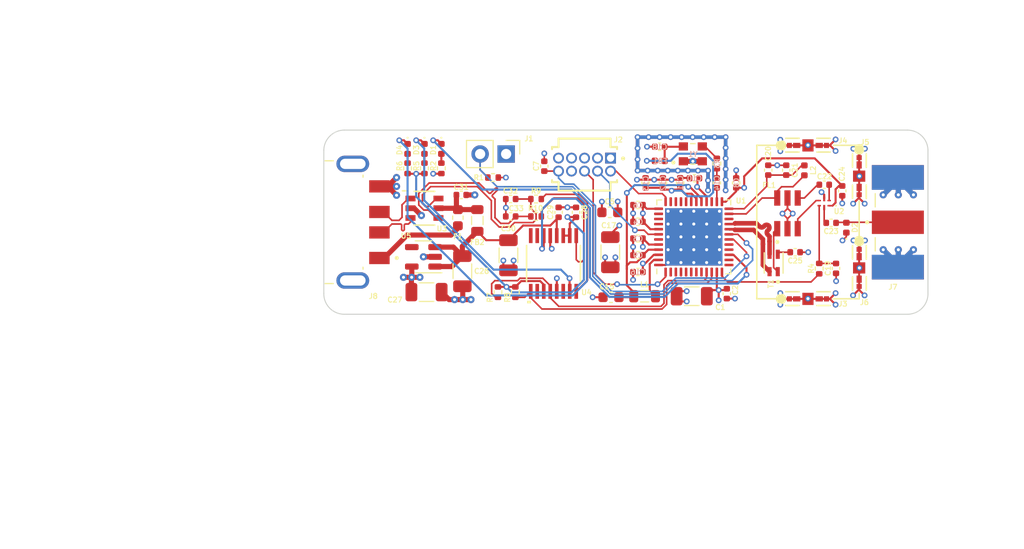
<source format=kicad_pcb>
(kicad_pcb (version 20240108) (generator "pcbnew") (generator_version "8.0")
  (layers (0 "F.Cu" signal) (1 "In1.Cu" power "GND") (2 "In2.Cu" power "3V3") (31 "B.Cu" signal) (34 "B.Paste" user) (35 "F.Paste" user) (36 "B.SilkS" user "B.Silkscreen") (37 "F.SilkS" user "F.Silkscreen") (38 "B.Mask" user) (39 "F.Mask" user) (44 "Edge.Cuts" user))
  (net 0 "")
  (net 1 "/top/MCU/NRST")
  (net 2 "GNDREF")
  (net 3 "/top/MCU/PH3-BOOT0")
  (net 4 "+3.3V")
  (net 5 "Net-(U1-VDDRF1V55)")
  (net 6 "/top/MCU/OSC_IN")
  (net 7 "Net-(Y1-VDD)")
  (net 8 "/top/MCU/PB0_VDD_TCXO")
  (net 9 "/top/MCU/VR_PA")
  (net 10 "Net-(FL1-RF_OUT2)")
  (net 11 "Net-(U2-VTCL)")
  (net 12 "+5V")
  (net 13 "/top/USB_interface_and_power/VCCIO")
  (net 14 "Net-(U2-RF1)")
  (net 15 "Net-(U2-RFC)")
  (net 16 "Net-(D1-K)")
  (net 17 "Net-(D1-A)")
  (net 18 "/top/USB_interface_and_power/CBUS2")
  (net 19 "Net-(D3-A)")
  (net 20 "Net-(FL1-RF_IN1)")
  (net 21 "Net-(FL1-RF_OUT1)")
  (net 22 "/top/MCU/RFO_HP")
  (net 23 "/top/MCU/RFI_N")
  (net 24 "/top/MCU/RFI_P")
  (net 25 "Net-(D2-A2)")
  (net 26 "Net-(D4-K)")
  (net 27 "Net-(D4-A)")
  (net 28 "Net-(Y1-OUTPUT)")
  (net 29 "/top/MCU/RF_SWITCH_CTRL")
  (net 30 "/top/MCU/USART2_tx")
  (net 31 "/top/MCU/USART2_rx")
  (net 33 "Net-(U1-VLXSMPS)")
  (net 58 "Net-(C14-Pad1)")
  (net 59 "Net-(C25-Pad2)")
  (net 60 "/top/MCU/SWDIO")
  (net 61 "/top/MCU/SWCLK")
  (net 62 "/top/MCU/SWO")
  (net 66 "Net-(J8-VBUS)")
  (net 67 "/top/USB_interface_and_power/USB_D0-")
  (net 68 "/top/USB_interface_and_power/USB_D0+")
  (net 69 "/top/USB_interface_and_power/USB_D1+")
  (net 70 "/top/USB_interface_and_power/USB_D1-")
  (net 71 "/top/USB_interface_and_power/USB_D2+")
  (net 72 "/top/USB_interface_and_power/USB_D2-")
  (net 74 "Net-(C31-Pad1)")
  (footprint "1_capacitor_SMD:C_0603_1608Metric" (layer "F.Cu") (at 122.3525 93.85 180)
    (property "Reference" "C15")
    (property "Value" "470nF")
  )
  (footprint "1_capacitor_SMD:C_0402_1005Metric" (layer "F.Cu") (at 124.9875 88.1065 180)
    (property "Reference" "C3")
    (property "Value" "100nF")
  )
  (footprint "3_LED_SMD:LED_0402_1005Metric" (layer "F.Cu") (at 105.7875 79.35 -90)
    (property "Reference" "D1")
    (property "Value" "User LED Red")
  )
  (footprint "55_RF_switch:SKY13453-385LF" (layer "F.Cu") (at 143.1725 84.65 180)
    (property "Reference" "U2")
    (property "Value" "SKY13453-385LF")
  )
  (footprint "1_capacitor_SMD:C_0402_1005Metric" (layer "F.Cu") (at 143.1775 82.85)
    (property "Reference" "C22")
    (property "Value" "220pF")
  )
  (footprint "0_resistor_SMD:R_0402_1005Metric" (layer "F.Cu") (at 132.69 80.78 -90)
    (property "Reference" "R3")
    (property "Value" "220Ω")
  )
  (footprint "60_RF_shield_clip:S0941-46R" (layer "F.Cu") (at 141.5875 78.9846)
    (property "Reference" "J4")
    (property "Value" "S0941-46R")
  )
  (footprint "1_capacitor_SMD:C_0402_1005Metric" (layer "F.Cu") (at 140.3375 89.45 180)
    (property "Reference" "C25")
    (property "Value" "220pF")
  )
  (footprint "0_resistor_SMD:R_0402_1005Metric" (layer "F.Cu") (at 142.6875 91.05 90)
    (property "Reference" "R4")
    (property "Value" "100Ω")
  )
  (footprint "1_capacitor_SMD:C_0402_1005Metric" (layer "F.Cu") (at 124.9875 84.8315 180)
    (property "Reference" "C6")
    (property "Value" "100nF")
  )
  (footprint "210_USB_connector:USB_male_typeA_2.0_1-1734028-1" (layer "F.Cu") (at 97.1375 86.5131 -90)
    (property "Reference" "J8")
    (property "Value" "USB_male_typeA_2.0")
  )
  (footprint "0_resistor_SMD:R_0402_1005Metric" (layer "F.Cu") (at 115.0375 84.25 180)
    (property "Reference" "R9")
    (property "Value" "27Ω")
  )
  (footprint "1_capacitor_SMD:C_0402_1005Metric" (layer "F.Cu") (at 124.9875 89.738)
    (property "Reference" "C9")
    (property "Value" "33pF")
  )
  (footprint "1_capacitor_SMD:C_0402_1005Metric" (layer "F.Cu") (at 132.69 82.67 -90)
    (property "Reference" "C14")
    (property "Value" "10pF")
  )
  (footprint "60_RF_shield_clip:S0941-46R" (layer "F.Cu") (at 146.6125 82.0146 -90)
    (property "Reference" "J5")
    (property "Value" "S0941-46R")
  )
  (footprint "50_RF_filter:DLFCV-1000+" (layer "F.Cu") (at 139.5875 85.65 180)
    (property "Reference" "FL1")
    (property "Value" "DLFCV-1000+" (hide yes))
  )
  (footprint "1_capacitor_SMD:C_0402_1005Metric" (layer "F.Cu") (at 139.4675 81.43 90)
    (property "Reference" "C21")
    (property "Value" "68pF")
  )
  (footprint "1_capacitor_SMD:C_0402_1005Metric" (layer "F.Cu") (at 125.73 82.67 90)
    (property "Reference" "C13")
    (property "Value" "1,2pF")
  )
  (footprint "1_capacitor_SMD:C_0402_1005Metric" (layer "F.Cu") (at 133.6625 93.5 -90)
    (property "Reference" "C2")
    (property "Value" "100nF")
  )
  (footprint "1_capacitor_SMD:C_1206_3216Metric" (layer "F.Cu") (at 122.2875 89.45 -90)
    (property "Reference" "C17")
    (property "Value" "4,7uF")
  )
  (footprint "1_capacitor_SMD:C_0402_1005Metric" (layer "F.Cu") (at 143.85 86.58)
    (property "Reference" "C23")
    (property "Value" "220pF")
  )
  (footprint "1_capacitor_SMD:C_0402_1005Metric" (layer "F.Cu") (at 118.9375 85.55 90)
    (property "Reference" "C28")
    (property "Value" "100nF")
  )
  (footprint "1_capacitor_SMD:C_0402_1005Metric" (layer "F.Cu") (at 127.11 79.14)
    (property "Reference" "C18")
    (property "Value" "220nF")
  )
  (footprint "105_SOT_package:SOT-23-5" (layer "F.Cu") (at 104.0375 89.9 180)
    (property "Reference" "U5")
    (property "Value" "TLV75533PDBVR")
  )
  (footprint "1_capacitor_SMD:C_0402_1005Metric" (layer "F.Cu") (at 107.7375 83.85)
    (property "Reference" "C31")
    (property "Value" "100nF")
  )
  (footprint "1_capacitor_SMD:C_1206_3216Metric" (layer "F.Cu") (at 112.3375 89.75 -90)
    (property "Reference" "C30")
    (property "Value" "4,7uF")
  )
  (footprint "0_resistor_SMD:R_0402_1005Metric" (layer "F.Cu") (at 111.3125 93.35 -90)
    (property "Reference" "R7")
    (property "Value" "10KΩ")
  )
  (footprint "1_capacitor_SMD:C_1206_3216Metric" (layer "F.Cu") (at 130.2375 93.75 180)
    (property "Reference" "C1")
    (property "Value" "4,7uF")
  )
  (footprint "2_inductor_SMD:L_0402_1005Metric" (layer "F.Cu") (at 127.11 80.519999)
    (property "Reference" "FB1")
    (property "Value" "1400Ω/1GHz")
  )
  (footprint "2_inductor_SMD:L_0805_2012Metric" (layer "F.Cu") (at 109.3 86.345 -90)
    (property "Reference" "FB2")
    (property "Value" "600Ω/100MHz")
  )
  (footprint "1_capacitor_SMD:C_0402_1005Metric" (layer "F.Cu") (at 130.5 82.22)
    (property "Reference" "C10")
    (property "Value" "33pF")
  )
  (footprint "1_capacitor_SMD:C_0402_1005Metric" (layer "F.Cu") (at 144.9375 83.45 -90)
    (property "Reference" "C24")
    (property "Value" "10nF")
  )
  (footprint "0_resistor_SMD:R_0402_1005Metric" (layer "F.Cu") (at 102.4875 81.25 -90)
    (property "Reference" "R6")
    (property "Value" "270Ω")
  )
  (footprint "1_capacitor_SMD:C_0603_1608Metric" (layer "F.Cu") (at 122.2375 85.55 180)
    (property "Reference" "C5")
    (property "Value" "1uF")
  )
  (footprint "3_LED_SMD:LED_0402_1005Metric" (layer "F.Cu") (at 102.4875 79.35 -90)
    (property "Reference" "D4")
    (property "Value" "Rx LED Green")
  )
  (footprint "6_fuse_SMD:0ZCM0020FF2G" (layer "F.Cu") (at 107.4 86.075 90)
    (property "Reference" "F1")
    (property "Value" "9V 200mA")
  )
  (footprint "0_resistor_SMD:R_0402_1005Metric" (layer "F.Cu") (at 105.7875 81.25 -90)
    (property "Reference" "R2")
    (property "Value" "340Ω")
  )
  (footprint "1_capacitor_SMD:C_0402_1005Metric" (layer "F.Cu") (at 127.42 82.67 90)
    (property "Reference" "C12")
    (property "Value" "47pF")
  )
  (footprint "60_RF_shield_clip:S0941-46R" (layer "F.Cu") (at 146.6125 90.9846 -90)
    (property "Reference" "J6")
    (property "Value" "S0941-46R")
  )
  (footprint "1_capacitor_SMD:C_1206_3216Metric" (layer "F.Cu") (at 104.3375 93.35)
    (property "Reference" "C27")
    (property "Value" "10uF")
  )
  (footprint "1_capacitor_SMD:C_0402_1005Metric" (layer "F.Cu") (at 137.7075 81.43 90)
    (property "Reference" "C20")
    (property "Value" "47nF")
  )
  (footprint "200_coaxial_connector:SMA_142-0701-801_EdgeMount" (layer "F.Cu") (at 150.3675 86.52235 -90)
    (property "Reference" "J7")
    (property "Value" "SMA_142-0701-801_EdgeMount")
  )
  (footprint "0_resistor_SMD:R_0402_1005Metric" (layer "F.Cu") (at 110.8375 82.15)
    (property "Reference" "R1")
    (property "Value" "10KΩ")
  )
  (footprint "220_cortex-M_debug_connector:FTSH-105-01-F-D-K" (layer "F.Cu") (at 119.77 80.885 180)
    (property "Reference" "J2")
    (property "Value" "cortex-M_debug_connector_10pin")
  )
  (footprint "1_capacitor_SMD:C_0402_1005Metric" (layer "F.Cu") (at 117.2375 85.55 90)
    (property "Reference" "C29")
    (property "Value" "100nF")
  )
  (footprint "1_capacitor_SMD:C_1206_3216Metric" (layer "F.Cu") (at 107.8375 91.3 -90)
    (property "Reference" "C26")
    (property "Value" "10uF")
  )
  (footprint "1_capacitor_SMD:C_0402_1005Metric" (layer "F.Cu") (at 112.5575 85.95 180)
    (property "Reference" "C33")
    (property "Value" "47pF")
  )
  (footprint "20_oscillator:ECS-TXO-25CSMV" (layer "F.Cu") (at 130.345 79.835)
    (property "Reference" "Y1")
    (property "Value" "ECS-TXO-25CSMV")
  )
  (footprint "0_resistor_SMD:R_0402_1005Metric" (layer "F.Cu") (at 104.1375 81.25 -90)
    (property "Reference" "R5")
    (property "Value" "270Ω")
  )
  (footprint "0_resistor_SMD:R_0402_1005Metric" (layer "F.Cu") (at 113.0125 93.35 -90)
    (property "Reference" "R8")
    (property "Value" "10KΩ")
  )
  (footprint "60_RF_shield_clip:S0941-46R" (layer "F.Cu") (at 141.5875 93.9846)
    (property "Reference" "J3")
    (property "Value" "S0941-46R")
  )
  (footprint "1_capacitor_SMD:C_0402_1005Metric" (layer "F.Cu") (at 144.3275 91.03 -90)
    (property "Reference" "C19")
    (property "Value" "1nF")
  )
  (footprint "1_capacitor_SMD:C_0402_1005Metric" (layer "F.Cu") (at 124.9875 86.469 180)
    (property "Reference" "C4")
    (property "Value" "10nF")
  )
  (footprint "1_capacitor_SMD:C_0402_1005Metric" (layer "F.Cu") (at 112.5575 84.25 180)
    (property "Reference" "C32")
    (property "Value" "47pF")
  )
  (footprint "1_capacitor_SMD:C_0402_1005Metric" (layer "F.Cu") (at 115.84 81.04 90)
    (property "Reference" "C7")
    (property "Value" "100nF")
  )
  (footprint "4_diode_SMD:D_0402_1005Metric" (layer "F.Cu") (at 145.3375 87.05 90)
    (property "Reference" "D2")
    (property "Value" "TVS 6.5VWM 15.5VC")
  )
  (footprint "105_SOT_package:SOT-23-6" (layer "F.Cu") (at 104.1375 85.15)
    (property "Reference" "U3")
    (property "Value" "USBLC6-2SC6")
  )
  (footprint "3_LED_SMD:LED_0402_1005Metric" (layer "F.Cu") (at 104.1375 79.35 -90)
    (property "Reference" "D3")
    (property "Value" "Tx LED Blue")
  )
  (footprint "1_capacitor_SMD:C_0402_1005Metric" (layer "F.Cu") (at 134.58 82.67 -90)
    (property "Reference" "C8")
    (property "Value" "33pF")
  )
  (footprint "1_capacitor_SMD:C_0402_1005Metric" (layer "F.Cu") (at 124.9875 91.3815)
    (property "Reference" "C16")
    (property "Value" "33pF")
  )
  (footprint "300_pin_header_connector:PinHeader_1x02_P2.54mm_Vertical" (layer "F.Cu") (at 112.1125 79.85 -90)
    (property "Reference" "J1")
    (property "Value" "Conn_01x02_Pin")
  )
  (footprint "2_inductor_SMD:L_0402_1005Metric" (layer "F.Cu") (at 141.2375 81.45 90)
    (property "Reference" "L2")
    (property "Value" "56nH")
  )
  (footprint "1_capacitor_SMD:C_0402_1005Metric" (layer "F.Cu") (at 129.11 82.67 90)
    (property "Reference" "C11")
    (property "Value" "100nF")
  )
  (footprint "0_resistor_SMD:R_0402_1005Metric" (layer "F.Cu") (at 115.0375 85.95)
    (property "Reference" "R10")
    (property "Value" "27Ω")
  )
  (footprint "100_QFN_package:QFN-48-1EP_7x7mm_P0.5mm_EP5.6x5.6mm_ThermalVias" (layer "F.Cu") (at 130.4375 87.95 90)
    (property "Reference" "U1")
    (property "Value" "STM32WLE5C8U6")
  )
  (footprint "2_inductor_SMD:L_0805_2012Metric" (layer "F.Cu") (at 125.6375 93.75)
    (property "Reference" "L1")
    (property "Value" "15uH")
  )
  (footprint "103_SSOP_package:SSOP-16_FT230XS-R" (layer "F.Cu") (at 116.7375 90.55 90)
    (property "Reference" "U4")
    (property "Value" "FT230XS-R")
  )
  (footprint "5_balun_SMD:DXW21HN5011BL" (layer "F.Cu") (at 138.2375 90.5 90)
    (property "Reference" "T1")
    (property "Value" "DXW21HN5011BL")
  )
  (gr_line (start 146.587695 93.999425) (end 144.0375 94) (stroke (width 0.15)) (layer "F.SilkS"))
  (gr_line (start 136.587695 78.999425) (end 138.63 79) (stroke (width 0.15)) (layer "F.SilkS"))
  (gr_line (start 138.63 94) (end 136.587695 93.999425) (stroke (width 0.15)) (layer "F.SilkS"))
  (gr_line (start 146.587695 78.999425) (end 146.5875 79.06) (stroke (width 0.15)) (layer "F.SilkS"))
  (gr_line (start 146.5875 93.45) (end 146.587695 93.999425) (stroke (width 0.15)) (layer "F.SilkS"))
  (gr_line (start 136.587695 93.999425) (end 136.587695 78.999425) (stroke (width 0.15)) (layer "F.SilkS"))
  (gr_line (start 146.587695 78.999425) (end 144.0875 79) (stroke (width 0.15)) (layer "F.SilkS"))
  (gr_line (start 146.5875 84.45) (end 146.5875 88.03) (stroke (width 0.15)) (layer "F.SilkS"))
  (gr_arc (start 153.3075 93.4666) (mid 152.737893 94.910171) (end 151.3075 95.512106) (stroke (width 0.1)) (layer "Edge.Cuts"))
  (gr_arc (start 94.3075 79.4666) (mid 94.912671 78.085212) (end 96.307497 77.511692) (stroke (width 0.1)) (layer "Edge.Cuts"))
  (gr_line (start 96.3075 77.512106) (end 151.3075 77.512106) (stroke (width 0.1)) (layer "Edge.Cuts"))
  (gr_arc (start 96.3075 95.512106) (mid 94.877107 94.910171) (end 94.3075 93.4666) (stroke (width 0.1)) (layer "Edge.Cuts"))
  (gr_line (start 153.3075 79.4666) (end 153.3075 93.4666) (stroke (width 0.1)) (layer "Edge.Cuts"))
  (gr_arc (start 151.3075 77.514415) (mid 152.70491 78.083363) (end 153.307499 79.4666) (stroke (width 0.1)) (layer "Edge.Cuts"))
  (gr_line (start 151.3075 95.512106) (end 96.3075 95.509599) (stroke (width 0.1)) (layer "Edge.Cuts"))
  (gr_line (start 94.3075 93.4666) (end 94.3075 79.4666) (stroke (width 0.1)) (layer "Edge.Cuts"))
  (segment (start 135.5875 89.85) (end 135.5875 89.475001) (width 0.1565) (layer "F.Cu") (net 1))
  (segment (start 134.312499 88.2) (end 133.875 88.2) (width 0.1565) (layer "F.Cu") (net 1))
  (segment (start 117.23 81.52) (end 115.84 81.52) (width 0.1565) (layer "F.Cu") (net 1))
  (segment (start 135.5875 89.475001) (end 134.312499 88.2) (width 0.1565) (layer "F.Cu") (net 1))
  (via (at 135.5875 89.85) (size 0.56) (drill 0.3) (layers "F.Cu" "B.Cu") (net 1))
  (segment (start 133.19975 91.97525) (end 128.67475 91.97525) (width 0.1565) (layer "B.Cu") (net 1))
  (segment (start 135.5875 89.85) (end 135.5875 89.8625) (width 0.1565) (layer "B.Cu") (net 1))
  (segment (start 135.5875 89.8625) (end 133.47475 91.97525) (width 0.1565) (layer "B.Cu") (net 1))
  (segment (start 120.83475 84.90975) (end 118.71525 82.79025) (width 0.1565) (layer "B.Cu") (net 1))
  (segment (start 118.71525 82.79025) (end 117.82025 82.79025) (width 0.1565) (layer "B.Cu") (net 1))
  (segment (start 120.83475 91.7035) (end 120.83475 84.90975) (width 0.1565) (layer "B.Cu") (net 1))
  (segment (start 128.67475 91.97525) (end 127.36825 93.28175) (width 0.1565) (layer "B.Cu") (net 1))
  (segment (start 122.413 93.28175) (end 120.83475 91.7035) (width 0.1565) (layer "B.Cu") (net 1))
  (segment (start 117.23 82.2) (end 117.23 81.52) (width 0.1565) (layer "B.Cu") (net 1))
  (segment (start 133.47475 91.97525) (end 133.2 91.97525) (width 0.1565) (layer "B.Cu") (net 1))
  (segment (start 117.82025 82.79025) (end 117.23 82.2) (width 0.1565) (layer "B.Cu") (net 1))
  (segment (start 127.36825 93.28175) (end 122.413 93.28175) (width 0.1565) (layer "B.Cu") (net 1))
  (segment (start 146.5871 83.1146) (end 146.5871 82.0146) (width 0.2) (layer "F.Cu") (net 2))
  (segment (start 133.55 80.28) (end 133.55 79.24) (width 0.35) (layer "F.Cu") (net 2))
  (segment (start 139.4525 94.01) (end 138.8875 94.575) (width 0.2) (layer "F.Cu") (net 2))
  (segment (start 145.3375 87.9225) (end 144.96 88.3) (width 0.1565) (layer "F.Cu") (net 2))
  (segment (start 126.625 79.11) (end 126.63 79.115) (width 0.2) (layer "F.Cu") (net 2))
  (segment (start 150.3675 90.63385) (end 148.9375 89.20385) (width 0.5) (layer "F.Cu") (net 2))
  (segment (start 105.175 89.9) (end 104.0375 89.9) (width 0.5) (layer "F.Cu") (net 2))
  (segment (start 143.397499 79.01) (end 142.6875 79.01) (width 0.2) (layer "F.Cu") (net 2))
  (segment (start 105.8825 93.28) (end 105.8125 93.35) (width 0.5) (layer "F.Cu") (net 2))
  (segment (start 112.84 90.26) (end 112.84 90.7225) (width 0.2) (layer "F.Cu") (net 2))
  (segment (start 139.5875 84.15) (end 139.5875 85.1575) (width 0.1565) (layer "F.Cu") (net 2))
  (segment (start 129.75 93.26) (end 129.2525 93.26) (width 0.2) (layer "F.Cu") (net 2))
  (segment (start 125.56 82.36) (end 125.73 82.19) (width 0.2) (layer "F.Cu") (net 2))
  (segment (start 141.5875 94.01) (end 142.6875 94.01) (width 0.2) (layer "F.Cu") (net 2))
  (segment (start 132.475 78.2) (end 131.4 78.2) (width 0.35) (layer "F.Cu") (net 2))
  (segment (start 124.51 91.384) (end 124.5075 91.3815) (width 0.2) (layer "F.Cu") (net 2))
  (segment (start 150.3675 90.90385) (end 150.3675 90.72385) (width 0.5) (layer "F.Cu") (net 2))
  (segment (start 112.84 90.7225) (end 112.3375 91.225) (width 0.2) (layer "F.Cu") (net 2))
  (segment (start 126.57 82.36) (end 127.25 82.36) (width 0.2) (layer "F.Cu") (net 2))
  (segment (start 124.51 92.15) (end 124.51 91.384) (width 0.2) (layer "F.Cu") (net 2))
  (segment (start 130.35 80.565) (end 129.425 80.565) (width 0.5) (layer "F.Cu") (net 2))
  (segment (start 124.5125 84.8365) (end 124.5075 84.8315) (width 0.2) (layer "F.Cu") (net 2))
  (segment (start 143.397499 94.01) (end 143.7225 94.01) (width 0.2) (layer "F.Cu") (net 2))
  (segment (start 128.27 82.36) (end 127.59 82.36) (width 0.2) (layer "F.Cu") (net 2))
  (segment (start 146.5871 79.8946) (end 146.0225 79.33) (width 0.2) (layer "F.Cu") (net 2))
  (segment (start 107.0775 94.08) (end 107.8775 94.08) (width 0.5) (layer "F.Cu") (net 2))
  (segment (start 130.325 78.2) (end 129.25 78.2) (width 0.35) (layer "F.Cu") (net 2))
  (segment (start 124.5125 85.65) (end 124.5125 86.464) (width 0.2) (layer "F.Cu") (net 2))
  (segment (start 139.4525 79.01) (end 138.8875 79.575) (width 0.2) (layer "F.Cu") (net 2))
  (segment (start 112.0875 84.26) (end 112.0775 84.25) (width 0.1575) (layer "F.Cu") (net 2))
  (segment (start 130.35 80.565) (end 131.265 80.565) (width 0.5) (layer "F.Cu") (net 2))
  (segment (start 115.84 80.56) (end 115.84 79.79) (width 0.1565) (layer "F.Cu") (net 2))
  (segment (start 125.932857 81.47) (end 126.915714 81.47) (width 0.35) (layer "F.Cu") (net 2))
  (segment (start 139.5875 85.1825) (end 139.1 85.67) (width 0.1565) (layer "F.Cu") (net 2))
  (segment (start 139.5875 85.1575) (end 140.1 85.67) (width 0.1565) (layer "F.Cu") (net 2))
  (segment (start 127 90.7) (end 127.6875 90.7) (width 0.2) (layer "F.Cu") (net 2))
  (segment (start 139.4475 94.01) (end 138.8875 93.45) (width 0.2) (layer "F.Cu") (net 2))
  (segment (start 143.397499 79.01) (end 143.7025 79.01) (width 0.2) (layer "F.Cu") (net 2))
  (segment (start 127.6875 90.7) (end 130.4375 87.95) (width 0.2) (layer "F.Cu") (net 2))
  (segment (start 129.75 94.26) (end 129.2725 94.26) (width 0.2) (layer "F.Cu") (net 2))
  (segment (start 143.397499 94.01) (end 142.6875 94.01) (width 0.2) (layer "F.Cu") (net 2))
  (segment (start 117.0625 92) (end 117.0625 93.26665) (width 0.2) (layer "F.Cu") (net 2))
  (segment (start 124.95 80.38) (end 124.95 79.29) (width 0.35) (layer "F.Cu") (net 2))
  (segment (start 139.777501 94.01) (end 139.4475 94.01) (width 0.2) (layer "F.Cu") (net 2))
  (segment (start 107.8775 94.08) (end 108.6775 94.08) (width 0.5) (layer "F.Cu") (net 2))
  (segment (start 122.78 89.95) (end 122.78 90.4325) (width 0.2) (layer "F.Cu") (net 2))
  (segment (start 125.87 79.135) (end 126.625 79.135) (width 0.2) (layer "F.Cu") (net 2))
  (segment (start 150.3675 82.41085) (end 148.9375 83.84085) (width 0.5) (layer "F.Cu") (net 2))
  (segment (start 142.6875 79.01) (end 141.5875 79.01) (width 0.2) (layer "F.Cu") (net 2))
  (segment (start 139.4475 79.01) (end 138.8875 78.45) (width 0.2) (layer "F.Cu") (net 2))
  (segment (start 130.325 78.2) (end 131.4 78.2) (width 0.35) (layer "F.Cu") (net 2))
  (segment (start 143.7225 94.01) (end 144.2875 94.575) (width 0.2) (layer "F.Cu") (net 2))
  (segment (start 103.8375 85.86) (end 103.1275 85.15) (width 0.5) (layer "F.Cu") (net 2))
  (segment (start 134.46 93.98) (end 133.6625 93.98) (width 0.2) (layer "F.Cu") (net 2))
  (segment (start 150.3675 82.14085) (end 150.3675 82.41085) (width 0.5) (layer "F.Cu") (net 2))
  (segment (start 146.5871 92.794599) (end 146.5871 92.0846) (width 0.2) (layer "F.Cu") (net 2))
  (segment (start 106.5425 94.08) (end 105.8125 93.35) (width 0.5) (layer "F.Cu") (net 2))
  (segment (start 124.89 82.36) (end 125.56 82.36) (width 0.2) (layer "F.Cu") (net 2))
  (segment (start 144.3375 92.275) (end 144.3375 91.52) (width 0.1565) (layer "F.Cu") (net 2))
  (segment (start 146.5871 83.824599) (end 146.5871 84.1154) (width 0.2) (layer "F.Cu") (net 2))
  (segment (start 133.55 78.2) (end 132.475 78.2) (width 0.35) (layer "F.Cu") (net 2))
  (segment (start 146.5871 84.1596) (end 147.1275 84.7) (width 0.2) (layer "F.Cu") (net 2))
  (segment (start 127.59 82.36) (end 127.42 82.19) (width 0.2) (layer "F.Cu") (net 2))
  (segment (start 125.9 82.36) (end 125.73 82.19) (width 0.2) (layer "F.Cu") (net 2))
  (segment (start 124.5125 88.925) (end 124.5125 88.1115) (width 0.2) (layer "F.Cu") (net 2))
  (segment (start 128.27 82.36) (end 128.94 82.36) (width 0.2) (layer "F.Cu") (net 2))
  (segment (start 100.5431 83.0131) (end 101.41 83.88) (width 0.5) (layer "F.Cu") (net 2))
  (segment (start 124.5125 89.743) (end 124.5075 89.738) (width 0.2) (layer "F.Cu") (net 2))
  (segment (start 146.5871 80.9146) (end 146.5871 80.204601) (width 0.2) (layer "F.Cu") (net 2))
  (segment (start 133.55 81.32) (end 133.55 80.28) (width 0.35) (layer "F.Cu") (net 2))
  (segment (start 124.95 81.47) (end 124.95 80.38) (width 0.35) (layer "F.Cu") (net 2))
  (segment (start 122.78 90.4325) (end 122.2875 90.925) (width 0.2) (layer "F.Cu") (net 2))
  (segment (start 146.5871 93.1396) (end 147.1175 93.67) (width 0.2) (layer "F.Cu") (net 2))
  (segment (start 131.83 81.47) (end 130.847142 81.47) (width 0.35) (layer "F.Cu") (net 2))
  (segment (start 124.95 79.29) (end 124.95 78.2) (width 0.35) (layer "F.Cu") (net 2))
  (segment (start 150.4125 89.20385) (end 150.4125 90.85885) (width 0.5) (layer "F.Cu") (net 2))
  (segment (start 124.95 78.2) (end 126.025 78.2) (width 0.35) (layer "F.Cu") (net 2))
  (segment (start 139.5875 87.15) (end 139.5875 86.1575) (width 0.1565) (layer "F.Cu") (net 2))
  (segment (start 139.777501 79.01) (end 139.4525 79.01) (width 0.2) (layer "F.Cu") (net 2))
  (segment (start 128.175 78.2) (end 127.1 78.2) (width 0.35) (layer "F.Cu") (net 2))
  (segment (start 124.5125 88.1115) (end 124.5075 88.1065) (width 0.2) (layer "F.Cu") (net 2))
  (segment (start 139.5875 87.15) (end 139.5875 86.1825) (width 0.1565) (layer "F.Cu") (net 2))
  (segment (start 111.84 90.26) (end 111.84 90.7275) (width 0.2) (layer "F.Cu") (net 2))
  (segment (start 111.84 90.7275) (end 112.3375 91.225) (width 0.2) (layer "F.Cu") (net 2))
  (segment (start 139.5875 84.15) (end 139.5875 85.1825) (width 0.1565) (layer "F.Cu") (net 2))
  (segment (start 117.0625 93.26665) (end 117.055 93.27415) (width 0.2) (layer "F.Cu") (net 2))
  (segment (start 143.7475 79.01) (end 144.2875 79.55) (width 0.2) (layer "F.Cu") (net 2))
  (segment (start 143.397499 94.01) (end 143.7275 94.01) (width 0.2) (layer "F.Cu") (net 2))
  (segment (start 129.864285 81.47) (end 128.881428 81.47) (width 0.35) (layer "F.Cu") (net 2))
  (segment (start 133.55 82.36) (end 133.55 81.32) (width 0.35) (layer "F.Cu") (net 2))
  (segment (start 124.5125 91.3865) (end 124.5075 91.3815) (width 0.2) (layer "F.Cu") (net 2))
  (segment (start 146.5871 80.204601) (end 146.5871 79.8904) (width 0.2) (layer "F.Cu") (net 2))
  (segment (start 107.8775 94.08) (end 107.8775 92.815) (width 0.5) (layer "F.Cu") (net 2))
  (segment (start 118.0975 85.06) (end 118.9275 85.06) (width 0.2) (layer "F.Cu") (net 2))
  (segment (start 131.83 83.4) (end 131.83 82.435) (width 0.35) (layer "F.Cu") (net 2))
  (segment (start 124.5125 91.3765) (end 124.5075 91.3815) (width 0.2) (layer "F.Cu") (net 2))
  (segment (start 141.5875 94.01) (end 140.4875 94.01) (width 0.2) (layer "F.Cu") (net 2))
  (segment (start 126.57 82.36) (end 125.9 82.36) (width 0.2) (layer "F.Cu") (net 2))
  (segment (start 125.932857 81.47) (end 124.95 81.47) (width 0.35) (layer "F.Cu") (net 2))
  (segment (start 150.4125 83.84085) (end 150.4125 82.18585) (width 0.5) (layer "F.Cu") (net 2))
  (segment (start 128.881428 81.47) (end 127.898571 81.47) (width 0.35) (layer "F.Cu") (net 2))
  (segment (start 146.5871 84.1154) (end 146.0025 84.7) (width 0.2) (layer "F.Cu") (net 2))
  (segment (start 138.5875 80.95) (end 137.7075 80.95) (width 0.1565) (layer "F.Cu") (net 2))
  (segment (start 129.2525 93.26) (end 128.7625 93.75) (width 0.2) (layer "F.Cu") (net 2))
  (segment (start 150.3675 90.90385) (end 150.3675 90.63385) (width 0.5) (layer "F.Cu") (net 2))
  (segment (start 99.7375 83.0131) (end 100.5469 83.0131) (width 0.5) (layer "F.Cu") (net 2))
  (segment (start 134.58 81.44) (end 134.58 82.19) (width 0.2) (layer "F.Cu") (net 2))
  (segment (start 133.55 79.24) (end 133.55 78.2) (width 0.35) (layer "F.Cu") (net 2))
  (segment (start 127.898571 81.47) (end 126.915714 81.47) (width 0.35) (layer "F.Cu") (net 2))
  (segment (start 133.6575 93.975) (end 133.6625 93.98) (width 0.2) (layer "F.Cu") (net 2))
  (segment (start 116.42 88.9625) (end 116.5675 89.11) (width 0.2) (layer "F.Cu") (net 2))
  (segment (start 144.3375 91.52) (end 144.3275 91.51) (width 0.1565) (layer "F.Cu") (net 2))
  (segment (start 121.5775 93.85) (end 120.5625 93.85) (width 0.2) (layer "F.Cu") (net 2))
  (segment (start 143.397499 79.01) (end 143.7475 79.01) (width 0.2) (layer "F.Cu") (net 2))
  (segment (start 129.864285 81.47) (end 130.847142 81.47) (width 0.35) (layer "F.Cu") (net 2))
  (segment (start 112.0875 85.1) (end 112.0875 85.94) (width 0.1575) (layer "F.Cu") (net 2))
  (segment (start 139.5875 86.1575) (end 139.1 85.67) (width 0.1565) (layer "F.Cu") (net 2))
  (segment (start 129.99 82.19) (end 130.02 82.22) (width 0.2) (layer "F.Cu") (net 2))
  (segment (start 129.11 82.19) (end 129.99 82.19) (width 0.2) (layer "F.Cu") (net 2))
  (segment (start 150.3675 82.14085) (end 150.3675 82.32085) (width 0.5) (layer "F.Cu") (net 2))
  (segment (start 131.83 81.47) (end 131.83 82.435) (width 0.35) (layer "F.Cu") (net 2))
  (segment (start 143.7025 79.01) (end 144.2875 78.425) (width 0.2) (layer "F.Cu") (net 2))
  (segment (start 103.1275 85.15) (end 102.77225 85.15) (width 0.5) (layer "F.Cu") (net 2))
  (segment (start 143.7275 94.01) (end 144.2875 93.45) (width 0.2) (layer "F.Cu") (net 2))
  (segment (start 146.5871 83.824599) (end 146.5871 83.1146) (width 0.2) (layer "F.Cu") (net 2))
  (segment (start 146.5871 93.0754) (end 145.9925 93.67) (width 0.2) (layer "F.Cu") (net 2))
  (segment (start 146.5871 92.794599) (end 146.5871 93.1396) (width 0.2) (layer "F.Cu") (net 2))
  (segment (start 143.1725 83.835) (end 142.9125 83.575) (width 0.2) (layer "F.Cu") (net 2))
  (segment (start 124.5125 88.925) (end 124.5125 89.733) (width 0.2) (layer "F.Cu") (net 2))
  (segment (start 139.777501 79.01) (end 140.4875 79.01) (width 0.2) (layer "F.Cu") (net 2))
  (segment (start 127.25 82.36) (end 127.42 82.19) (width 0.2) (layer "F.Cu") (net 2))
  (segment (start 144.9375 83.93) (end 144.9375 84.675) (width 0.2) (layer "F.Cu") (net 2))
  (segment (start 112.0875 82.15) (end 111.3475 82.15) (width 0.1565) (layer "F.Cu") (net 2))
  (segment (start 143.1725 84.22) (end 143.1725 83.835) (width 0.2) (layer "F.Cu") (net 2))
  (segment (start 99.7375 83.0131) (end 100.5431 83.0131) (width 0.5) (layer "F.Cu") (net 2))
  (segment (start 150.3675 82.32085) (end 151.8875 83.84085) (width 0.5) (layer "F.Cu") (net 2))
  (segment (start 141.6125 89.45) (end 140.8175 89.45) (width 0.1565) (layer "F.Cu") (net 2))
  (segment (start 107.8775 92.815) (end 107.8375 92.775) (width 0.5) (layer "F.Cu") (net 2))
  (segment (start 128.175 78.2) (end 129.25 78.2) (width 0.35) (layer "F.Cu") (net 2))
  (segment (start 146.5871 89.174601) (end 146.5871 88.8546) (width 0.2) (layer "F.Cu") (net 2))
  (segment (start 129.425 80.54) (end 129.42 80.535) (width 0.5) (layer "F.Cu") (net 2))
  (segment (start 121.4625 85.55) (end 121.4625 84.5) (width 0.2) (layer "F.Cu") (net 2))
  (segment (start 146.5871 80.204601) (end 146.5871 79.8946) (width 0.2) (layer "F.Cu") (net 2))
  (segment (start 146.5871 92.794599) (end 146.5871 93.0754) (width 0.2) (layer "F.Cu") (net 2))
  (segment (start 139.5875 86.1825) (end 140.1 85.67) (width 0.1565) (layer "F.Cu") (net 2))
  (segment (start 146.5871 79.8904) (end 147.1475 79.33) (width 0.2) (layer "F.Cu") (net 2))
  (segment (start 116.42 87.82585) (end 116.42 88.9625) (width 0.2) (layer "F.Cu") (net 2))
  (segment (start 146.5871 90.9846) (end 146.5871 89.8846) (width 0.2) (layer "F.Cu") (net 2))
  (segment (start 138.5875 80.95) (end 139.4675 80.95) (width 0.1565) (layer "F.Cu") (net 2))
  (segment (start 128.94 82.36) (end 129.11 82.19) (width 0.2) (layer "F.Cu") (net 2))
  (segment (start 145.3375 87.535) (end 145.3375 87.9225) (width 0.1565) (layer "F.Cu") (net 2))
  (segment (start 129.2725 94.26) (end 128.7625 93.75) (width 0.2) (layer "F.Cu") (net 2))
  (segment (start 150.4125 82.18585) (end 150.3675 82.14085) (width 0.5) (layer "F.Cu") (net 2))
  (segment (start 101.41 83.015) (end 99.7394 83.015) (width 0.5) (layer "F.Cu") (net 2))
  (segment (start 146.5871 89.174601) (end 146.5871 88.8704) (width 0.2) (layer "F.Cu") (net 2))
  (segment (start 139.777501 79.01) (end 139.4475 79.01) (width 0.2) (layer "F.Cu") (net 2))
  (segment (start 112.0875 85.94) (end 112.0775 85.95) (width 0.1575) (layer "F.Cu") (net 2))
  (segment (start 107.0775 94.08) (end 106.5425 94.08) (width 0.5) (layer "F.Cu") (net 2))
  (segment (start 146.5871 83.824599) (end 146.5871 84.1596) (width 0.2) (layer "F.Cu") (net 2))
  (segment (start 146.5871 82.0146) (end 146.5871 80.9146) (width 0.2) (layer "F.Cu") (net 2))
  (segment (start 121.78 90.4175) (end 122.2875 90.925) (width 0.2) (layer "F.Cu") (net 2))
  (segment (start 139.777501 94.01) (end 139.4525 94.01) (width 0.2) (layer "F.Cu") (net 2))
  (segment (start 124.5125 89.733) (end 124.5075 89.738) (width 0.2) (layer "F.Cu") (net 2))
  (segment (start 146.5871 89.8846) (end 146.5871 89.174601) (width 0.2) (layer "F.Cu") (net 2))
  (segment (start 140.4875 79.01) (end 141.5875 79.01) (width 0.2) (layer "F.Cu") (net 2))
  (segment (start 126.025 78.2) (end 127.1 78.2) (width 0.35) (layer "F.Cu") (net 2))
  (segment (start 99.7394 83.015) (end 99.7375 83.0131) (width 0.5) (layer "F.Cu") (net 2))
  (segment (start 124.5125 85.65) (end 124.5125 84.8365) (width 0.2) (layer "F.Cu") (net 2))
  (segment (start 150.4125 90.85885) (end 150.3675 90.90385) (width 0.5) (layer "F.Cu") (net 2))
  (segment (start 112.0875 85.1) (end 112.0875 84.26) (width 0.1575) (layer "F.Cu") (net 2))
  (segment (start 121.78 89.95) (end 121.78 90.4175) (width 0.2) (layer "F.Cu") (net 2))
  (segment (start 133.55 83.4) (end 133.55 82.36) (width 0.35) (layer "F.Cu") (net 2))
  (segment (start 124.5125 86.464) (end 124.5075 86.469) (width 0.2) (layer "F.Cu") (net 2))
  (segment (start 150.3675 90.72385) (end 151.8875 89.20385) (width 0.5) (layer "F.Cu") (net 2))
  (segment (start 118.9275 85.06) (end 118.9375 85.07) (width 0.2) (layer "F.Cu") (net 2))
  (segment (start 108.2175 83.85) (end 109.0475 83.85) (width 0.5) (layer "F.Cu") (net 2))
  (segment (start 146.5871 88.8704) (end 147.1575 88.3) (width 0.2) (layer "F.Cu") (net 2))
  (segment (start 146.5871 88.8546) (end 146.0325 88.3) (width 0.2) (layer "F.Cu") (net 2))
  (segment (start 117.2475 85.06) (end 117.2375 85.07) (width 0.2) (layer "F.Cu") (net 2))
  (segment (start 139.777501 94.01) (end 140.4875 94.01) (width 0.2) (layer "F.Cu") (net 2))
  (segment (start 146.5871 92.0846) (end 146.5871 90.9846) (width 0.2) (layer "F.Cu") (net 2))
  (segment (start 100.5469 83.0131) (end 101.41 82.15) (width 0.5) (layer "F.Cu") (net 2))
  (segment (start 118.0975 85.06) (end 117.2475 85.06) (width 0.2) (layer "F.Cu") (net 2))
  (segment (start 131.265 80.54) (end 131.27 80.535) (width 0.5) (layer "F.Cu") (net 2))
  (via (at 101.41 82.15) (size 0.7) (drill 0.3) (layers "F.Cu" "B.Cu") (net 2))
  (via (at 147.1475 79.33) (size 0.56) (drill 0.3) (layers "F.Cu" "B.Cu") (net 2))
  (via (at 144.3375 92.275) (size 0.56) (drill 0.3) (layers "F.Cu" "B.Cu") (net 2))
  (via (at 109.0475 83.85) (size 0.7) (drill 0.3) (layers "F.Cu" "B.Cu") (net 2))
  (via (at 144.9375 84.675) (size 0.56) (drill 0.3) (layers "F.Cu" "B.Cu") (net 2))
  (via (at 130.325 78.2) (size 0.56) (drill 0.3) (layers "F.Cu" "B.Cu") (net 2))
  (via (at 129.25 78.2) (size 0.56) (drill 0.3) (layers "F.Cu" "B.Cu") (net 2))
  (via (at 146.6125 90.9846) (size 0.56) (drill 0.3) (layers "F.Cu" "B.Cu") (net 2))
  (via (at 138.5875 80.95) (size 0.56) (drill 0.3) (layers "F.Cu" "B.Cu") (net 2))
  (via (at 124.89 82.36) (size 0.56) (drill 0.3) (layers "F.Cu" "B.Cu") (net 2))
  (via (at 118.0975 85.06) (size 0.56) (drill 0.3) (layers "F.Cu" "B.Cu") (net 2))
  (via (at 130.847142 81.47) (size 0.56) (drill 0.3) (layers "F.Cu" "B.Cu") (net 2))
  (via (at 130.35 80.565) (size 0.7) (drill 0.3) (layers "F.Cu" "B.Cu") (net 2))
  (via (at 112.84 90.26) (size 0.56) (drill 0.3) (layers "F.Cu" "B.Cu") (net 2))
  (via (at 144.2875 79.55) (size 0.56) (drill 0.3) (layers "F.Cu" "B.Cu") (net 2))
  (via (at 146.0325 88.3) (size 0.56) (drill 0.3) (layers "F.Cu" "B.Cu") (net 2))
  (via (at 133.55 82.36) (size 0.56) (drill 0.3) (layers "F.Cu" "B.Cu") (net 2))
  (via (at 121.4625 84.5) (size 0.56) (drill 0.3) (layers "F.Cu" "B.Cu") (net 2))
  (via (at 124.95 79.29) (size 0.56) (drill 0.3) (layers "F.Cu" "B.Cu") (net 2))
  (via (at 129.75 93.26) (size 0.56) (drill 0.3) (layers "F.Cu" "B.Cu") (net 2))
  (via (at 111.84 90.26) (size 0.56) (drill 0.3) (layers "F.Cu" "B.Cu") (net 2))
  (via (at 144.2875 78.425) (size 0.56) (drill 0.3) (layers "F.Cu" "B.Cu") (net 2))
  (via (at 108.6775 94.08) (size 0.7) (drill 0.3) (layers "F.Cu" "B.Cu") (net 2))
  (via (at 112.0875 85.1) (size 0.56) (drill 0.3) (layers "F.Cu" "B.Cu") (net 2))
  (via (at 124.5125 85.65) (size 0.56) (drill 0.3) (layers "F.Cu" "B.Cu") (net 2))
  (via (at 129.864285 81.47) (size 0.56) (drill 0.3) (layers "F.Cu" "B.Cu") (net 2))
  (via (at 124.95 81.47) (size 0.56) (drill 0.3) (layers "F.Cu" "B.Cu") (net 2))
  (via (at 148.9375 89.20385) (size 0.7) (drill 0.3) (layers "F.Cu" "B.Cu") (net 2))
  (via (at 146.0225 79.33) (size 0.56) (drill 0.3) (layers "F.Cu" "B.Cu") (net 2))
  (via (at 128.27 82.36) (size 0.56) (drill 0.3) (layers "F.Cu" "B.Cu") (net 2))
  (via (at 134.58 81.44) (size 0.56) (drill 0.3) (layers "F.Cu" "B.Cu") (net 2))
  (via (at 134.46 93.98) (size 0.56) (drill 0.3) (layers "F.Cu" "B.Cu") (net 2))
  (via (at 126.025 78.2) (size 0.56) (drill 0.3) (layers "F.Cu" "B.Cu") (net 2))
  (via (at 117.0625 92) (size 0.56) (drill 0.3) (layers "F.Cu" "B.Cu") (net 2))
  (via (at 147.1275 84.7) (size 0.56) (drill 0.3) (layers "F.Cu" "B.Cu") (net 2))
  (via (at 112.0875 82.15) (size 0.56) (drill 0.3) (layers "F.Cu" "B.Cu") (net 2))
  (via (at 107.0775 94.08) (size 0.7) (drill 0.3) (layers "F.Cu" "B.Cu") (net 2))
  (via (at 142.9125 83.575) (size 0.56) (drill 0.3) (layers "F.Cu" "B.Cu") (net 2))
  (via (at 138.8875 93.45) (size 0.56) (drill 0.3) (layers "F.Cu" "B.Cu") (net 2))
  (via (at 126.57 82.36) (size 0.56) (drill 0.3) (layers "F.Cu" "B.Cu") (net 2))
  (via (at 132.475 78.2) (size 0.56) (drill 0.3) (layers "F.Cu" "B.Cu") (net 2))
  (via (at 129.75 94.26) (size 0.56) (drill 0.3) (layers "F.Cu" "B.Cu") (net 2))
  (via (at 140.1 85.67) (size 0.56) (drill 0.3) (layers "F.Cu" "B.Cu") (net 2))
  (via (at 131.83 83.4) (size 0.56) (drill 0.3) (layers "F.Cu" "B.Cu") (net 2))
  (via (at 148.9375 83.84085) (size 0.7) (drill 0.3) (layers "F.Cu" "B.Cu") (net 2))
  (via (at 144.2875 93.45) (size 0.56) (drill 0.3) (layers "F.Cu" "B.Cu") (net 2))
  (via (at 124.5125 88.925) (size 0.56) (drill 0.3) (layers "F.Cu" "B.Cu") (net 2))
  (via (at 150.4125 83.84085) (size 0.7) (drill 0.3) (layers "F.Cu" "B.Cu") (net 2))
  (via (at 139.1 85.67) (size 0.56) (drill 0.3) (layers "F.Cu" "B.Cu") (net 2))
  (via (at 116.5675 89.11) (size 0.56) (drill 0.3) (layers "F.Cu" "B.Cu") (net 2))
  (via (at 131.83 81.47) (size 0.56) (drill 0.3) (layers "F.Cu" "B.Cu") (net 2))
  (via (at 145.9925 93.67) (size 0.56) (drill 0.3) (layers "F.Cu" "B.Cu") (net 2))
  (via (at 103.8375 85.86) (size 0.7) (drill 0.3) (layers "F.Cu" "B.Cu") (net 2))
  (via (at 126.915714 81.47) (size 0.56) (drill 0.3) (layers "F.Cu" "B.Cu") (net 2))
  (via (at 125.87 79.135) (size 0.56) (drill 0.3) (layers "F.Cu" "B.Cu") (net 2))
  (via (at 146.0025 84.7) (size 0.56) (drill 0.3) (layers "F.Cu" "B.Cu") (net 2))
  (via (at 131.4 78.2) (size 0.56) (drill 0.3) (layers "F.Cu" "B.Cu") (net 2))
  (via (at 133.55 83.4) (size 0.56) (drill 0.3) (layers "F.Cu" "B.Cu") (net 2))
  (via (at 101.41 83.015) (size 0.7) (drill 0.3) (layers "F.Cu" "B.Cu") (net 2))
  (via (at 146.6125 82.0146) (size 0.56) (drill 0.3) (layers "F.Cu" "B.Cu") (net 2))
  (via (at 127.1 78.2) (size 0.56) (drill 0.3) (layers "F.Cu" "B.Cu") (net 2))
  (via (at 133.55 79.24) (size 0.56) (drill 0.3) (layers "F.Cu" "B.Cu") (net 2))
  (via (at 101.41 83.88) (size 0.7) (drill 0.3) (layers "F.Cu" "B.Cu") (net 2))
  (via (at 141.6125 89.45) (size 0.56) (drill 0.3) (layers "F.Cu" "B.Cu") (net 2))
  (via (at 147.1575 88.3) (size 0.56) (drill 0.3) (layers "F.Cu" "B.Cu") (net 2))
  (via (at 144.2875 94.575) (size 0.56) (drill 0.3) (layers "F.Cu" "B.Cu") (net 2))
  (via (at 150.4125 89.20385) (size 0.7) (drill 0.3) (layers "F.Cu" "B.Cu") (net 2))
  (via (at 151.8875 83.84085) (size 0.7) (drill 0.3) (layers "F.Cu" "B.Cu") (net 2))
  (via (at 121.78 89.95) (size 0.56) (drill 0.3) (layers "F.Cu" "B.Cu") (net 2))
  (via (at 133.55 80.28) (size 0.56) (drill 0.3) (layers "F.Cu" "B.Cu") (net 2))
  (via (at 120.5625 93.85) (size 0.56) (drill 0.3) (layers "F.Cu" "B.Cu") (net 2))
  (via (at 131.83 82.435) (size 0.56) (drill 0.3) (layers "F.Cu" "B.Cu") (net 2))
  (via (at 124.51 92.15) (size 0.56) (drill 0.3) (layers "F.Cu" "B.Cu") (net 2))
  (via (at 144.96 88.3) (size 0.56) (drill 0.3) (layers "F.Cu" "B.Cu") (net 2))
  (via (at 133.55 81.32) (size 0.56) (drill 0.3) (layers "F.Cu" "B.Cu") (net 2))
  (via (at 125.932857 81.47) (size 0.56) (drill 0.3) (layers "F.Cu" "B.Cu") (net 2))
  (via (at 151.8875 89.20385) (size 0.7) (drill 0.3) (layers "F.Cu" "B.Cu") (net 2))
  (via (at 127.898571 81.47) (size 0.56) (drill 0.3) (layers "F.Cu" "B.Cu") (net 2))
  (via (at 124.95 78.2) (size 0.56) (drill 0.3) (layers "F.Cu" "B.Cu") (net 2))
  (via (at 124.95 80.38) (size 0.56) (drill 0.3) (layers "F.Cu" "B.Cu") (net 2))
  (via (at 147.1175 93.67) (size 0.56) (drill 0.3) (layers "F.Cu" "B.Cu") (net 2))
  (via (at 141.5875 93.9846) (size 0.56) (drill 0.3) (layers "F.Cu" "B.Cu") (net 2))
  (via (at 104.0375 89.9) (size 0.7) (drill 0.3) (layers "F.Cu" "B.Cu") (net 2))
  (via (at 128.881428 81.47) (size 0.56) (drill 0.3) (layers "F.Cu" "B.Cu") (net 2))
  (via (at 138.8875 78.45) (size 0.56) (drill 0.3) (layers "F.Cu" "B.Cu") (net 2))
  (via (at 138.8875 79.575) (size 0.56) (drill 0.3) (layers "F.Cu" "B.Cu") (net 2))
  (via (at 122.78 89.95) (size 0.56) (drill 0.3) (layers "F.Cu" "B.Cu") (net 2))
  (via (at 141.5875 78.9846) (size 0.56) (drill 0.3) (layers "F.Cu" "B.Cu") (net 2))
  (via (at 128.175 78.2) (size 0.56) (drill 0.3) (layers "F.Cu" "B.Cu") (net 2))
  (via (at 107.8775 94.08) (size 0.7) (drill 0.3) (layers "F.Cu" "B.Cu") (net 2))
  (via (at 115.84 79.79) (size 0.56) (drill 0.3) (layers "F.Cu" "B.Cu") (net 2))
  (via (at 138.8875 94.575) (size 0.56) (drill 0.3) (layers "F.Cu" "B.Cu") (net 2))
  (via (at 133.55 78.2) (size 0.56) (drill 0.3) (layers "F.Cu" "B.Cu") (net 2))
  (segment (start 125.932857 81.47) (end 126.915714 81.47) (width 0.35) (layer "B.Cu") (net 2))
  (segment (start 150.3675 90.90385) (end 150.3675 90.63385) (width 0.5) (layer "B.Cu") (net 2))
  (segment (start 124.95 78.2) (end 126.025 78.2) (width 0.35) (layer "B.Cu") (net 2))
  (segment (start 150.3675 82.14085) (end 150.3675 82.41085) (width 0.5) (layer "B.Cu") (net 2))
  (segment (start 130.325 78.2) (end 131.4 78.2) (width 0.35) (layer "B.Cu") (net 2))
  (segment (start 127.1 78.2) (end 126.025 78.2) (width 0.35) (layer "B.Cu") (net 2))
  (segment (start 133.55 79.24) (end 133.55 78.2) (width 0.35) (layer "B.Cu") (net 2))
  (segment (start 130.847142 81.47) (end 129.864285 81.47) (width 0.35) (layer "B.Cu") (net 2))
  (segment (start 133.55 81.32) (end 133.55 82.36) (width 0.35) (layer "B.Cu") (net 2))
  (segment (start 124.95 78.2) (end 124.95 79.29) (width 0.35) (layer "B.Cu") (net 2))
  (segment (start 150.3675 82.32085) (end 151.8875 83.84085) (width 0.5) (layer "B.Cu") (net 2))
  (segment (start 124.95 81.47) (end 124.95 80.38) (width 0.35) (layer "B.Cu") (net 2))
  (segment (start 127.898571 81.47) (end 126.915714 81.47) (width 0.35) (layer "B.Cu") (net 2))
  (segment (start 132.475 78.2) (end 133.55 78.2) (width 0.35) (layer "B.Cu") (net 2))
  (segment (start 128.175 78.2) (end 127.1 78.2) (width 0.35) (layer "B.Cu") (net 2))
  (segment (start 133.55 80.28) (end 133.55 79.24) (width 0.35) (layer "B.Cu") (net 2))
  (segment (start 131.83 82.435) (end 131.83 81.47) (width 0.35) (layer "B.Cu") (net 2))
  (segment (start 127.898571 81.47) (end 128.881428 81.47) (width 0.35) (layer "B.Cu") (net 2))
  (segment (start 133.55 82.36) (end 133.55 83.4) (width 0.35) (layer "B.Cu") (net 2))
  (segment (start 150.4125 83.84085) (end 150.4125 82.18585) (width 0.5) (layer "B.Cu") (net 2))
  (segment (start 133.55 81.32) (end 133.55 80.28) (width 0.35) (layer "B.Cu") (net 2))
  (segment (start 150.4125 90.85885) (end 150.3675 90.90385) (width 0.5) (layer "B.Cu") (net 2))
  (segment (start 129.25 78.2) (end 130.325 78.2) (width 0.35) (layer "B.Cu") (net 2))
  (segment (start 150.3675 82.41085) (end 148.9375 83.84085) (width 0.5) (layer "B.Cu") (net 2))
  (segment (start 131.83 81.47) (end 130.847142 81.47) (width 0.35) (layer "B.Cu") (net 2))
  (segment (start 131.4 78.2) (end 132.475 78.2) (width 0.35) (layer "B.Cu") (net 2))
  (segment (start 129.25 78.2) (end 128.175 78.2) (width 0.35) (layer "B.Cu") (net 2))
  (segment (start 150.4125 82.18585) (end 150.3675 82.14085) (width 0.5) (layer "B.Cu") (net 2))
  (segment (start 150.3675 90.90385) (end 150.3675 90.72385) (width 0.5) (layer "B.Cu") (net 2))
  (segment (start 150.3675 82.14085) (end 150.3675 82.32085) (width 0.5) (layer "B.Cu") (net 2))
  (segment (start 124.95 80.38) (end 124.95 79.29) (width 0.35) (layer "B.Cu") (net 2))
  (segment (start 150.3675 90.72385) (end 151.8875 89.20385) (width 0.5) (layer "B.Cu") (net 2))
  (segment (start 129.864285 81.47) (end 128.881428 81.47) (width 0.35) (layer "B.Cu") (net 2))
  (segment (start 150.3675 90.63385) (end 148.9375 89.20385) (width 0.5) (layer "B.Cu") (net 2))
  (segment (start 131.83 83.4) (end 131.83 82.435) (width 0.35) (layer "B.Cu") (net 2))
  (segment (start 124.95 81.47) (end 125.932857 81.47) (width 0.35) (layer "B.Cu") (net 2))
  (segment (start 150.4125 89.20385) (end 150.4125 90.85885) (width 0.5) (layer "B.Cu") (net 2))
  (segment (start 135.5875 88.55) (end 135.5875 88.5475) (width 0.1565) (layer "F.Cu") (net 3))
  (segment (start 133.875 87.7) (end 134.74 87.7) (width 0.1565) (layer "F.Cu") (net 3))
  (segment (start 109.5725 81.395) (end 110.3275 82.15) (width 0.1565) (layer "F.Cu") (net 3))
  (segment (start 109.5725 79.85) (end 109.5725 81.395) (width 0.1565) (layer "F.Cu") (net 3))
  (segment (start 135.5875 88.5475) (end 134.74 87.7) (width 0.1565) (layer "F.Cu") (net 3))
  (via (at 135.5875 88.55) (size 0.56) (drill 0.3) (layers "F.Cu" "B.Cu") (net 3))
  (segment (start 118.609004 83.04675) (end 111.22425 83.04675) (width 0.1565) (layer "B.Cu") (net 3))
  (segment (start 135.5875 88.55) (end 136.18 89.1425) (width 0.1565) (layer "B.Cu") (net 3))
  (segment (start 120.57825 85.015996) (end 118.609004 83.04675) (width 0.1565) (layer "B.Cu") (net 3))
  (segment (start 120.57825 91.809746) (end 120.57825 85.015996) (width 0.1565) (layer "B.Cu") (net 3))
  (segment (start 122.306754 93.53825) (end 120.57825 91.809746) (width 0.1565) (layer "B.Cu") (net 3))
  (segment (start 127.474496 93.53825) (end 122.306754 93.53825) (width 0.1565) (layer "B.Cu") (net 3))
  (segment (start 136.18 90.24) (end 134.18825 92.23175) (width 0.1565) (layer "B.Cu") (net 3))
  (segment (start 109.5725 81.395) (end 109.5725 79.85) (width 0.1565) (layer "B.Cu") (net 3))
  (segment (start 111.22425 83.04675) (end 109.5725 81.395) (width 0.1565) (layer "B.Cu") (net 3))
  (segment (start 136.18 89.1425) (end 136.18 90.24) (width 0.1565) (layer "B.Cu") (net 3))
  (segment (start 134.18825 92.23175) (end 128.780996 92.23175) (width 0.1565) (layer "B.Cu") (net 3))
  (segment (start 128.780996 92.23175) (end 127.474496 93.53825) (width 0.1565) (layer "B.Cu") (net 3))
  (segment (start 135.36 82.03) (end 137.115 80.275) (width 0.2) (layer "F.Cu") (net 4))
  (segment (start 102.9 91.8375) (end 102.8875 91.85) (width 0.5) (layer "F.Cu") (net 4))
  (segment (start 105.7725 81.775) (end 105.7875 81.76) (width 0.2) (layer "F.Cu") (net 4))
  (segment (start 127 87.2) (end 126.1985 87.2) (width 0.2) (layer "F.Cu") (net 4))
  (segment (start 133.5575 84.5125) (end 134.58 83.49) (width 0.2) (layer "F.Cu") (net 4))
  (segment (start 144.2875 84.6) (end 144.2875 83.3) (width 0.2) (layer "F.Cu") (net 4))
  (segment (start 130.76 83.06) (end 131.6875 83.9875) (width 0.2) (layer "F.Cu") (net 4))
  (segment (start 131.6875 83.9875) (end 131.6875 84.5125) (width 0.2) (layer "F.Cu") (net 4))
  (segment (start 132.87 93.15) (end 132.3125 93.15) (width 0.2) (layer "F.Cu") (net 4))
  (segment (start 127 85.2) (end 125.836 85.2) (width 0.2) (layer "F.Cu") (net 4))
  (segment (start 143.6575 84.9) (end 143.9875 84.9) (width 0.1565) (layer "F.Cu") (net 4))
  (segment (start 133.5325 93.15) (end 133.6625 93.02) (width 0.2) (layer "F.Cu") (net 4))
  (segment (start 130.76 83.06) (end 130.8 83.02) (width 0.2) (layer "F.Cu") (net 4))
  (segment (start 123.01 85.5475) (end 123.0125 85.55) (width 0.2) (layer "F.Cu") (net 4))
  (segment (start 130.8 82.4) (end 130.98 82.22) (width 0.2) (layer "F.Cu") (net 4))
  (segment (start 143.9875 84.9) (end 144.2875 84.6) (width 0.2) (layer "F.Cu") (net 4))
  (segment (start 102.8625 93.35) (end 102.8625 91.925) (width 0.5) (layer "F.Cu") (net 4))
  (segment (start 125.4625 91.3765) (end 125.4675 91.3815) (width 0.2) (layer "F.Cu") (net 4))
  (segment (start 104.9875 81.775) (end 105.7725 81.775) (width 0.2) (layer "F.Cu") (net 4))
  (segment (start 132.87 94.15) (end 132.87 93.15) (width 0.2) (layer "F.Cu") (net 4))
  (segment (start 103.6875 91.9) (end 102.8875 91.9) (width 0.5) (layer "F.Cu") (net 4))
  (segment (start 102.9 91.8875) (end 102.8875 91.9) (width 0.5) (layer "F.Cu") (net 4))
  (segment (start 134.58 83.49) (end 134.58 83.15) (width 0.2) (layer "F.Cu") (net 4))
  (segment (start 126.061 88.7) (end 125.4675 88.1065) (width 0.2) (layer "F.Cu") (net 4))
  (segment (start 144.9375 82.97) (end 142.2425 80.275) (width 0.2) (layer "F.Cu") (net 4))
  (segment (start 126.1985 87.2) (end 125.4675 86.469) (width 0.2) (layer "F.Cu") (net 4))
  (segment (start 132.87 93.15) (end 132.6875 92.9675) (width 0.2) (layer "F.Cu") (net 4))
  (segment (start 125.4625 90.55) (end 125.4625 91.3765) (width 0.2) (layer "F.Cu") (net 4))
  (segment (start 122.2875 87.7125) (end 123.17 86.83) (width 0.2) (layer "F.Cu") (net 4))
  (segment (start 125.4625 90.55) (end 125.6875 90.55) (width 0.2) (layer "F.Cu") (net 4))
  (segment (start 132.6875 92.9675) (end 132.6875 91.3875) (width 0.2) (layer "F.Cu") (net 4))
  (segment (start 132.3125 93.15) (end 131.7125 93.75) (width 0.2) (layer "F.Cu") (net 4))
  (segment (start 126.5375 89.7) (end 127 89.7) (width 0.2) (layer "F.Cu") (net 4))
  (segment (start 132.87 93.15) (end 133.5325 93.15) (width 0.2) (layer "F.Cu") (net 4))
  (segment (start 125.4625 85.65) (end 125.4625 86.464) (width 0.2) (layer "F.Cu") (net 4))
  (segment (start 125.836 85.2) (end 125.4675 84.8315) (width 0.2) (layer "F.Cu") (net 4))
  (segment (start 133.1875 84.5125) (end 133.5575 84.5125) (width 0.2) (layer "F.Cu") (net 4))
  (segment (start 125.4625 84.8365) (end 125.4675 84.8315) (width 0.2) (layer "F.Cu") (net 4))
  (segment (start 144.2875 83.3) (end 144.6175 82.97) (width 0.2) (layer "F.Cu") (net 4))
  (segment (start 125.4625 85.65) (end 125.4625 84.8365) (width 0.2) (layer "F.Cu") (net 4))
  (segment (start 125.6875 90.55) (end 126.5375 89.7) (width 0.2) (layer "F.Cu") (net 4))
  (segment (start 125.4625 86.464) (end 125.4675 86.469) (width 0.2) (layer "F.Cu") (net 4))
  (segment (start 135.36 83.15) (end 134.58 83.15) (width 0.2) (layer "F.Cu") (net 4))
  (segment (start 127 88.7) (end 126.061 88.7) (width 0.2) (layer "F.Cu") (net 4))
  (segment (start 125.4875 86.449) (end 125.4675 86.469) (width 0.2) (layer "F.Cu") (net 4))
  (segment (start 125.4625 88.925) (end 125.4625 88.1115) (width 0.2) (layer "F.Cu") (net 4))
  (segment (start 102.9 90.85) (end 102.9 91.8875) (width 0.5) (layer "F.Cu") (net 4))
  (segment (start 123.01 84.49) (end 123.01 85.5475) (width 0.2) (layer "F.Cu") (net 4))
  (segment (start 125.4625 88.1115) (end 125.4675 88.1065) (width 0.2) (layer "F.Cu") (net 4))
  (segment (start 135.36 83.15) (end 135.36 82.03) (width 0.2) (layer "F.Cu") (net 4))
  (segment (start 102.8625 91.925) (end 102.8875 91.9) (width 0.5) (layer "F.Cu") (net 4))
  (segment (start 131.9825 94.02) (end 131.7125 93.75) (width 0.2) (layer "F.Cu") (net 4))
  (segment (start 122.2875 87.975) (end 122.2875 87.7125) (width 0.2) (layer "F.Cu") (net 4))
  (segment (start 142.2425 80.275) (end 137.115 80.275) (width 0.2) (layer "F.Cu") (net 4))
  (segment (start 144.6175 82.97) (end 144.9375 82.97) (width 0.2) (layer "F.Cu") (net 4))
  (segment (start 102.0875 91.9) (end 102.8875 91.9) (width 0.5) (layer "F.Cu") (net 4))
  (segment (start 130.8 83.02) (end 130.8 82.4) (width 0.2) (layer "F.Cu") (net 4))
  (segment (start 102.8625 91.875) (end 102.8875 91.85) (width 0.5) (layer "F.Cu") (net 4))
  (via (at 102.8875 91.9) (size 0.7) (drill 0.3) (layers "F.Cu" "B.Cu") (net 4))
  (via (at 135.36 83.15) (size 0.56) (drill 0.3) (layers "F.Cu" "B.Cu") (net 4))
  (via (at 132.87 93.15) (size 0.56) (drill 0.3) (layers "F.Cu" "B.Cu") (net 4))
  (via (at 102.0875 91.9) (size 0.7) (drill 0.3) (layers "F.Cu" "B.Cu") (net 4))
  (via (at 104.9875 81.775) (size 0.56) (drill 0.3) (layers "F.Cu" "B.Cu") (net 4))
  (via (at 125.4625 85.65) (size 0.56) (drill 0.3) (layers "F.Cu" "B.Cu") (net 4))
  (via (at 123.01 84.49) (size 0.56) (drill 0.3) (layers "F.Cu" "B.Cu") (net 4))
  (via (at 123.17 86.83) (size 0.56) (drill 0.3) (layers "F.Cu" "B.Cu") (net 4))
  (via (at 125.4625 88.925) (size 0.56) (drill 0.3) (layers "F.Cu" "B.Cu") (net 4))
  (via (at 130.76 83.06) (size 0.56) (drill 0.3) (layers "F.Cu" "B.Cu") (net 4))
  (via (at 132.87 94.15) (size 0.56) (drill 0.3) (layers "F.Cu" "B.Cu") (net 4))
  (via (at 103.6875 91.9) (size 0.7) (drill 0.3) (layers "F.Cu" "B.Cu") (net 4))
  (via (at 125.4625 90.55) (size 0.56) (drill 0.3) (layers "F.Cu" "B.Cu") (net 4))
  (segment (start 124.87 90.43) (end 125.4675 89.8325) (width 0.2) (layer "F.Cu") (net 5))
  (segment (start 124.575 93.75) (end 124.575 93.3625) (width 0.2) (layer "F.Cu") (net 5))
  (segment (start 127 89.2) (end 126.0055 89.2) (width 0.2) (layer "F.Cu") (net 5))
  (segment (start 129.9 83.06) (end 130.052893 83.06) (width 0.2) (layer "F.Cu") (net 5))
  (segment (start 123.1275 93.85) (end 124.475 93.85) (width 0.2) (layer "F.Cu") (net 5))
  (segment (start 130.052893 83.06) (end 131.1875 84.194607) (width 0.2) (layer "F.Cu") (net 5))
  (segment (start 126.0055 89.2) (end 125.4675 89.738) (width 0.2) (layer "F.Cu") (net 5))
  (segment (start 124.575 93.3625) (end 123.9 92.6875) (width 0.2) (layer "F.Cu") (net 5))
  (segment (start 123.9 91.09) (end 123.9 90.76) (width 0.2) (layer "F.Cu") (net 5))
  (segment (start 123.9 90.76) (end 124.23 90.43) (width 0.2) (layer "F.Cu") (net 5))
  (segment (start 123.9 92.6875) (end 123.9 91.09) (width 0.2) (layer "F.Cu") (net 5))
  (segment (start 125.4675 89.8325) (end 125.4675 89.738) (width 0.2) (layer "F.Cu") (net 5))
  (segment (start 124.23 90.43) (end 124.87 90.43) (width 0.2) (layer "F.Cu") (net 5))
  (segment (start 124.475 93.85) (end 124.575 93.75) (width 0.2) (layer "F.Cu") (net 5))
  (segment (start 131.1875 84.194607) (end 131.1875 84.5125) (width 0.2) (layer "F.Cu") (net 5))
  (segment (start 123.9 91.09) (end 123.9 83.65) (width 0.2) (layer "F.Cu") (net 5))
  (via (at 123.9 83.65) (size 0.56) (drill 0.3) (layers "F.Cu" "B.Cu") (net 5))
  (via (at 129.9 83.06) (size 0.56) (drill 0.3) (layers "F.Cu" "B.Cu") (net 5))
  (segment (start 129.73 82.89) (end 124.66 82.89) (width 0.2) (layer "B.Cu") (net 5))
  (segment (start 129.9 83.06) (end 129.73 82.89) (width 0.2) (layer "B.Cu") (net 5))
  (segment (start 124.66 82.89) (end 123.9 83.65) (width 0.2) (layer "B.Cu") (net 5))
  (segment (start 132.69 84.51) (end 132.6875 84.5125) (width 0.1565) (layer "F.Cu") (net 6))
  (segment (start 132.69 83.15) (end 132.69 84.51) (width 0.1565) (layer "F.Cu") (net 6))
  (segment (start 129.39 79.115) (end 129.42 79.085) (width 0.2) (layer "F.Cu") (net 7))
  (segment (start 127.59 79.14) (end 129.39 79.14) (width 0.2) (layer "F.Cu") (net 7))
  (segment (start 127.595 79.145) (end 127.59 79.14) (width 0.2) (layer "F.Cu") (net 7))
  (segment (start 127.595 79.12) (end 127.59 79.115) (width 0.2) (layer "F.Cu") (net 7))
  (segment (start 127.595 80.519999) (end 127.595 79.145) (width 0.2) (layer "F.Cu") (net 7))
  (segment (start 129.345 79.01) (end 129.42 79.085) (width 0.2) (layer "F.Cu") (net 7))
  (segment (start 127.42 83.15) (end 125.73 83.15) (width 0.2) (layer "F.Cu") (net 8))
  (segment (start 128.93 83.33) (end 128.37 83.33) (width 0.2) (layer "F.Cu") (net 8))
  (segment (start 126.620001 80.54) (end 126.625 80.544999) (width 0.2) (layer "F.Cu") (net 8))
  (segment (start 127.6 83.33) (end 128.17 83.33) (width 0.2) (layer "F.Cu") (net 8))
  (segment (start 130.6875 84.1975) (end 130.22 83.73) (width 0.2) (layer "F.Cu") (net 8))
  (segment (start 129.11 83.27) (end 129.11 83.15) (width 0.2) (layer "F.Cu") (net 8))
  (segment (start 127.42 83.15) (end 127.6 83.33) (width 0.2) (layer "F.Cu") (net 8))
  (segment (start 129.11 83.15) (end 128.93 83.33) (width 0.2) (layer "F.Cu") (net 8))
  (segment (start 128.37 83.33) (end 128.27 83.43) (width 0.2) (layer "F.Cu") (net 8))
  (segment (start 128.17 83.33) (end 128.27 83.43) (width 0.2) (layer "F.Cu") (net 8))
  (segment (start 130.22 83.73) (end 129.57 83.73) (width 0.2) (layer "F.Cu") (net 8))
  (segment (start 130.6875 84.5125) (end 130.6875 84.1975) (width 0.2) (layer "F.Cu") (net 8))
  (segment (start 129.57 83.73) (end 129.11 83.27) (width 0.2) (layer "F.Cu") (net 8))
  (segment (start 125.85 80.515) (end 126.620001 80.515) (width 0.2) (layer "F.Cu") (net 8))
  (via (at 125.85 80.515) (size 0.56) (drill 0.3) (layers "F.Cu" "B.Cu") (net 8))
  (via (at 128.27 83.43) (size 0.56) (drill 0.3) (layers "F.Cu" "B.Cu") (net 8))
  (segment (start 131.957107 83.98) (end 132.33 83.607107) (width 0.2) (layer "B.Cu") (net 8))
  (segment (start 129.82 83.98) (end 131.957107 83.98) (width 0.2) (layer "B.Cu") (net 8))
  (segment (start 132.33 80.53) (end 131.62 79.82) (width 0.2) (layer "B.Cu") (net 8))
  (segment (start 132.33 83.607107) (end 132.33 80.53) (width 0.2) (layer "B.Cu") (net 8))
  (segment (start 131.62 79.82) (end 128.87 79.82) (width 0.2) (layer "B.Cu") (net 8))
  (segment (start 128.27 83.43) (end 129.27 83.43) (width 0.2) (layer "B.Cu") (net 8))
  (segment (start 129.27 83.43) (end 129.82 83.98) (width 0.2) (layer "B.Cu") (net 8))
  (segment (start 128.87 79.82) (end 128.175 80.515) (width 0.2) (layer "B.Cu") (net 8))
  (segment (start 128.175 80.515) (end 125.85 80.515) (width 0.2) (layer "B.Cu") (net 8))
  (segment (start 137.7075 81.91) (end 139.4675 81.91) (width 0.1565) (layer "F.Cu") (net 9))
  (segment (start 139.4675 81.91) (end 140.04 81.91) (width 0.1565) (layer "F.Cu") (net 9))
  (segment (start 137.5625 82.055) (end 137.5625 83) (width 0.1565) (layer "F.Cu") (net 9))
  (segment (start 137.5625 83) (end 135.3625 85.2) (width 0.1565) (layer "F.Cu") (net 9))
  (segment (start 137.7075 81.91) (end 137.5625 82.055) (width 0.1565) (layer "F.Cu") (net 9))
  (segment (start 140.04 81.91) (end 140.985 80.965) (width 0.1565) (layer "F.Cu") (net 9))
  (segment (start 140.985 80.965) (end 141.2375 80.965) (width 0.1565) (layer "F.Cu") (net 9))
  (segment (start 135.3625 85.2) (end 133.875 85.2) (width 0.1565) (layer "F.Cu") (net 9))
  (segment (start 142.5375 82.85) (end 142.6975 82.85) (width 0.1565) (layer "F.Cu") (net 10))
  (segment (start 141.2375 84.15) (end 142.5375 82.85) (width 0.1565) (layer "F.Cu") (net 10))
  (segment (start 140.5875 84.15) (end 141.2375 84.15) (width 0.1565) (layer "F.Cu") (net 10))
  (segment (start 142.6875 84.9) (end 142.6875 90.54) (width 0.1565) (layer "F.Cu") (net 11))
  (segment (start 142.6875 90.54) (end 144.3175 90.54) (width 0.1565) (layer "F.Cu") (net 11))
  (segment (start 144.3175 90.54) (end 144.3275 90.55) (width 0.1565) (layer "F.Cu") (net 11))
  (segment (start 117.055 87.82585) (end 117.055 86.2125) (width 0.2) (layer "F.Cu") (net 12))
  (segment (start 105.175 90.85) (end 106.8125 90.85) (width 0.5) (layer "F.Cu") (net 12))
  (segment (start 106.9625 88.95) (end 105.175 88.95) (width 0.5) (layer "F.Cu") (net 12))
  (segment (start 110.1675 88.275) (end 109.3 87.4075) (width 0.2) (layer "F.Cu") (net 12))
  (segment (start 116.4275 86.84) (end 117.2375 86.03) (width 0.2) (layer "F.Cu") (net 12))
  (segment (start 107.8375 89.825) (end 107.8375 88.87) (width 0.5) (layer "F.Cu") (net 12))
  (segment (start 112.3375 88.275) (end 110.1675 88.275) (width 0.2) (layer "F.Cu") (net 12))
  (segment (start 107.8375 89.825) (end 106.9625 88.95) (width 0.5) (layer "F.Cu") (net 12))
  (segment (start 112.3375 88.275) (end 113.7725 86.84) (width 0.2) (layer "F.Cu") (net 12))
  (segment (start 106.8125 90.85) (end 107.8375 89.825) (width 0.5) (layer "F.Cu") (net 12))
  (segment (start 113.7725 86.84) (end 116.4275 86.84) (width 0.2) (layer "F.Cu") (net 12))
  (segment (start 117.055 86.2125) (end 117.2375 86.03) (width 0.2) (layer "F.Cu") (net 12))
  (segment (start 107.8375 88.87) (end 109.3 87.4075) (width 0.5) (layer "F.Cu") (net 12))
  (segment (start 115.785 93.27415) (end 115.785 92.6175) (width 0.2) (layer "F.Cu") (net 13))
  (segment (start 104.1175 81.78) (end 104.1375 81.76) (width 0.2) (layer "F.Cu") (net 13))
  (segment (start 103.3275 81.78) (end 104.1175 81.78) (width 0.2) (layer "F.Cu") (net 13))
  (segment (start 103.3275 81.78) (end 102.5075 81.78) (width 0.2) (layer "F.Cu") (net 13))
  (segment (start 118.9175 86.01) (end 118.9375 86.03) (width 0.2) (layer "F.Cu") (net 13))
  (segment (start 112.1475 92.84) (end 111.3125 92.84) (width 0.2) (layer "F.Cu") (net 13))
  (segment (start 113.5825 92.27) (end 113.0125 92.84) (width 0.2) (layer "F.Cu") (net 13))
  (segment (start 117.69 87.82585) (end 118.325 87.82585) (width 0.2) (layer "F.Cu") (net 13))
  (segment (start 118.0975 86.01) (end 118.9175 86.01) (width 0.2) (layer "F.Cu") (net 13))
  (segment (start 115.785 92.6175) (end 115.4375 92.27) (width 0.2) (layer "F.Cu") (net 13))
  (segment (start 112.1475 92.84) (end 113.0125 92.84) (width 0.2) (layer "F.Cu") (net 13))
  (segment (start 118.9375 86.03) (end 118.325 86.6425) (width 0.2) (layer "F.Cu") (net 13))
  (segment (start 115.4375 92.27) (end 113.5825 92.27) (width 0.2) (layer "F.Cu") (net 13))
  (segment (start 102.5075 81.78) (end 102.4875 81.76) (width 0.2) (layer "F.Cu") (net 13))
  (segment (start 118.325 86.6425) (end 118.325 87.82585) (width 0.2) (layer "F.Cu") (net 13))
  (via (at 112.1475 92.84) (size 0.56) (drill 0.3) (layers "F.Cu" "B.Cu") (net 13))
  (via (at 118.0975 86.01) (size 0.56) (drill 0.3) (layers "F.Cu" "B.Cu") (net 13))
  (via (at 103.3275 81.78) (size 0.56) (drill 0.3) (layers "F.Cu" "B.Cu") (net 13))
  (segment (start 112.1475 92.84) (end 103.3275 84.02) (width 0.2) (layer "B.Cu") (net 13))
  (segment (start 103.3275 84.02) (end 103.3275 81.78) (width 0.2) (layer "B.Cu") (net 13))
  (segment (start 112.1475 92.84) (end 112.6825 93.375) (width 0.2) (layer "B.Cu") (net 13))
  (segment (start 118.4875 93.375) (end 119.7 92.1625) (width 0.2) (layer "B.Cu") (net 13))
  (segment (start 112.6825 93.375) (end 118.4875 93.375) (width 0.2) (layer "B.Cu") (net 13))
  (segment (start 119.7 92.1625) (end 119.7 87.6125) (width 0.2) (layer "B.Cu") (net 13))
  (segment (start 119.7 87.6125) (end 118.0975 86.01) (width 0.2) (layer "B.Cu") (net 13))
  (segment (start 143.6575 82.85) (end 143.6575 84.4) (width 0.1565) (layer "F.Cu") (net 14))
  (segment (start 143.1725 86.3825) (end 143.37 86.58) (width 0.1565) (layer "F.Cu") (net 15))
  (segment (start 143.1725 85.08) (end 143.1725 86.3825) (width 0.1565) (layer "F.Cu") (net 15))
  (segment (start 135.5875 91.65) (end 135.5875 90.975001) (width 0.2) (layer "F.Cu") (net 16))
  (segment (start 104.9875 78.51) (end 105.4325 78.51) (width 0.2) (layer "F.Cu") (net 16))
  (segment (start 133.875 89.7) (end 134.312499 89.7) (width 0.2) (layer "F.Cu") (net 16))
  (segment (start 105.4325 78.51) (end 105.7875 78.865) (width 0.2) (layer "F.Cu") (net 16))
  (segment (start 135.5875 90.975001) (end 134.312499 89.7) (width 0.2) (layer "F.Cu") (net 16))
  (via (at 104.9875 78.51) (size 0.56) (drill 0.3) (layers "F.Cu" "B.Cu") (net 16))
  (via (at 135.5875 91.65) (size 0.56) (drill 0.3) (layers "F.Cu" "B.Cu") (net 16))
  (segment (start 120.3 91.925) (end 120.3 85.13125) (width 0.2) (layer "B.Cu") (net 16))
  (segment (start 109.7875 83.325) (end 104.9875 78.525) (width 0.2) (layer "B.Cu") (net 16))
  (segment (start 134.7275 92.51) (end 128.896251 92.51) (width 0.2) (layer "B.Cu") (net 16))
  (segment (start 127.589751 93.8165) (end 122.1915 93.8165) (width 0.2) (layer "B.Cu") (net 16))
  (segment (start 128.896251 92.51) (end 127.589751 93.8165) (width 0.2) (layer "B.Cu") (net 16))
  (segment (start 104.9875 78.525) (end 104.9875 78.51) (width 0.2) (layer "B.Cu") (net 16))
  (segment (start 122.1915 93.8165) (end 120.3 91.925) (width 0.2) (layer "B.Cu") (net 16))
  (segment (start 118.49375 83.325) (end 109.7875 83.325) (width 0.2) (layer "B.Cu") (net 16))
  (segment (start 135.5875 91.65) (end 134.7275 92.51) (width 0.2) (layer "B.Cu") (net 16))
  (segment (start 120.3 85.13125) (end 118.49375 83.325) (width 0.2) (layer "B.Cu") (net 16))
  (segment (start 105.7875 79.835) (end 105.7875 80.74) (width 0.2) (layer "F.Cu") (net 17))
  (segment (start 118.3075 93.25665) (end 118.325 93.27415) (width 0.2) (layer "F.Cu") (net 18))
  (segment (start 103.7825 78.51) (end 104.1375 78.865) (width 0.2) (layer "F.Cu") (net 18))
  (segment (start 118.3075 92) (end 118.3075 93.25665) (width 0.2) (layer "F.Cu") (net 18))
  (segment (start 103.3275 78.51) (end 103.7825 78.51) (width 0.2) (layer "F.Cu") (net 18))
  (via (at 118.3075 92) (size 0.56) (drill 0.3) (layers "F.Cu" "B.Cu") (net 18))
  (via (at 103.3275 78.51) (size 0.56) (drill 0.3) (layers "F.Cu" "B.Cu") (net 18))
  (segment (start 117.4575 91.15) (end 110.881764 91.15) (width 0.2) (layer "B.Cu") (net 18))
  (segment (start 104.1125 79.295) (end 103.3275 78.51) (width 0.2) (layer "B.Cu") (net 18))
  (segment (start 104.1125 84.380736) (end 104.1125 79.295) (width 0.2) (layer "B.Cu") (net 18))
  (segment (start 118.3075 92) (end 117.4575 91.15) (width 0.2) (layer "B.Cu") (net 18))
  (segment (start 110.881764 91.15) (end 104.1125 84.380736) (width 0.2) (layer "B.Cu") (net 18))
  (segment (start 104.1375 79.835) (end 104.1375 80.74) (width 0.2) (layer "F.Cu") (net 19))
  (segment (start 138.2375 89.819292) (end 138.2375 90.95) (width 0.1565) (layer "F.Cu") (net 20))
  (segment (start 138.2375 88.222267) (end 138.24005 88.224817) (width 0.1565) (layer "F.Cu") (net 20))
  (segment (start 138.2375 90.95) (end 138.6375 91.35) (width 0.1565) (layer "F.Cu") (net 20))
  (segment (start 138.5875 87.15) (end 138.2375 87.5) (width 0.1565) (layer "F.Cu") (net 20))
  (segment (start 138.2375 87.5) (end 138.2375 88.222267) (width 0.1565) (layer "F.Cu") (net 20))
  (segment (start 138.24005 89.816742) (end 138.2375 89.819292) (width 0.1565) (layer "F.Cu") (net 20))
  (segment (start 138.24005 88.224817) (end 138.24005 89.816742) (width 0.1565) (layer "F.Cu") (net 20))
  (segment (start 142.3875 84.4) (end 140.5875 86.2) (width 0.1565) (layer "F.Cu") (net 21))
  (segment (start 142.6875 84.4) (end 142.3875 84.4) (width 0.1565) (layer "F.Cu") (net 21))
  (segment (start 140.5875 86.2) (end 140.5875 87.15) (width 0.1565) (layer "F.Cu") (net 21))
  (segment (start 137.1125 84.15) (end 138.5875 84.15) (width 0.1565) (layer "F.Cu") (net 22))
  (segment (start 133.875 85.7) (end 135.5625 85.7) (width 0.1565) (layer "F.Cu") (net 22))
  (segment (start 138.5875 84.15) (end 138.5875 83.475) (width 0.1565) (layer "F.Cu") (net 22))
  (segment (start 138.5875 83.475) (end 139.0125 83.05) (width 0.1565) (layer "F.Cu") (net 22))
  (segment (start 139.0125 83.05) (end 140.1225 83.05) (width 0.1565) (layer "F.Cu") (net 22))
  (segment (start 135.5625 85.7) (end 137.1125 84.15) (width 0.1565) (layer "F.Cu") (net 22))
  (segment (start 140.1225 83.05) (end 141.2375 81.935) (width 0.1565) (layer "F.Cu") (net 22))
  (segment (start 137.83495 88.389009) (end 137.83495 87.90632) (width 0.4486) (layer "F.Cu") (net 23))
  (segment (start 137.83495 87.90632) (end 137.649315 87.720685) (width 0.4486) (layer "F.Cu") (net 23))
  (segment (start 137.649315 87.332766) (end 137.742772 87.239308) (width 0.4486) (layer "F.Cu") (net 23))
  (segment (start 137.8375 88.391559) (end 137.83495 88.389009) (width 0.4486) (layer "F.Cu") (net 23))
  (segment (start 136.873477 86.944846) (end 136.873476 86.944846) (width 0.4486) (layer "F.Cu") (net 23))
  (segment (start 133.925 86.65) (end 134.45 86.65) (width 0.1565) (layer "F.Cu") (net 23))
  (segment (start 137.354853 86.851388) (end 137.354853 86.851389) (width 0.4486) (layer "F.Cu") (net 23))
  (segment (start 136.873476 86.944846) (end 136.550385 86.621755) (width 0.4486) (layer "F.Cu") (net 23))
  (segment (start 133.875 86.7) (end 133.925 86.65) (width 0.1565) (layer "F.Cu") (net 23))
  (segment (start 137.649314 87.332766) (end 137.649315 87.332766) (width 0.4486) (layer "F.Cu") (net 23))
  (segment (start 136.550385 86.621755) (end 134.478245 86.621755) (width 0.4486) (layer "F.Cu") (net 23))
  (segment (start 134.478245 86.621755) (end 134.45 86.65) (width 0.4486) (layer "F.Cu") (net 23))
  (segment (start 137.742772 86.85139) (end 137.742772 86.851389) (width 0.4486) (layer "F.Cu") (net 23))
  (segment (start 137.354853 86.851389) (end 137.261395 86.944846) (width 0.4486) (layer "F.Cu") (net 23))
  (segment (start 137.8375 89.65) (end 137.8375 88.391559) (width 0.4486) (layer "F.Cu") (net 23))
  (arc (start 137.649315 87.720685) (mid 137.568974 87.526726) (end 137.649314 87.332766) (width 0.4486) (layer "F.Cu") (net 23))
  (arc (start 137.742772 87.239308) (mid 137.823112 87.045349) (end 137.742772 86.85139) (width 0.4486) (layer "F.Cu") (net 23))
  (arc (start 137.742772 86.851389) (mid 137.548813 86.771048) (end 137.354853 86.851388) (width 0.4486) (layer "F.Cu") (net 23))
  (arc (start 137.261395 86.944846) (mid 137.067436 87.025186) (end 136.873477 86.944846) (width 0.4486) (layer "F.Cu") (net 23))
  (segment (start 137.18637 88.657659) (end 137.18637 88.175) (width 0.4486) (layer "F.Cu") (net 24))
  (segment (start 137.1889 88.66019) (end 137.18637 88.657659) (width 0.4486) (layer "F.Cu") (net 24))
  (segment (start 137.18637 88.175) (end 136.281725 87.270355) (width 0.4486) (layer "F.Cu") (net 24))
  (segment (start 137.8375 91.35) (end 137.1889 90.7014) (width 0.4486) (layer "F.Cu") (net 24))
  (segment (start 137.1889 90.7014) (end 137.1889 88.66019) (width 0.4486) (layer "F.Cu") (net 24))
  (segment (start 133.925 87.25) (end 134.45 87.25) (width 0.1565) (layer "F.Cu") (net 24))
  (segment (start 136.281725 87.270355) (end 134.470355 87.270355) (width 0.4486) (layer "F.Cu") (net 24))
  (segment (start 134.470355 87.270355) (end 134.45 87.25) (width 0.4486) (layer "F.Cu") (net 24))
  (segment (start 133.875 87.2) (end 133.925 87.25) (width 0.1565) (layer "F.Cu") (net 24))
  (segment (start 144.33 86.58) (end 144.38 86.53) (width 0.1565) (layer "F.Cu") (net 25))
  (segment (start 144.38 86.53) (end 145.3025 86.53) (width 0.1565) (layer "F.Cu") (net 25))
  (segment (start 145.3375 86.565) (end 145.3825 86.52) (width 0.1565) (layer "F.Cu") (net 25))
  (segment (start 145.3825 86.52) (end 150.36515 86.52) (width 0.1565) (layer "F.Cu") (net 25))
  (segment (start 145.3025 86.53) (end 145.3375 86.565) (width 0.1565) (layer "F.Cu") (net 25))
  (segment (start 150.36515 86.52) (end 150.3675 86.52235) (width 0.1565) (layer "F.Cu") (net 25))
  (segment (start 115.785 88.9425) (end 115.6175 89.11) (width 0.2) (layer "F.Cu") (net 26))
  (segment (start 101.6775 78.51) (end 102.1325 78.51) (width 0.2) (layer "F.Cu") (net 26))
  (segment (start 102.1325 78.51) (end 102.4875 78.865) (width 0.2) (layer "F.Cu") (net 26))
  (segment (start 115.785 87.82585) (end 115.785 88.9425) (width 0.2) (layer "F.Cu") (net 26))
  (via (at 101.6775 78.51) (size 0.56) (drill 0.3) (layers "F.Cu" "B.Cu") (net 26))
  (via (at 115.6175 89.11) (size 0.56) (drill 0.3) (layers "F.Cu" "B.Cu") (net 26))
  (segment (start 118.611764 93.675) (end 110.1625 93.675) (width 0.2) (layer "B.Cu") (net 26))
  (segment (start 118.969486 84.225) (end 120 85.255514) (width 0.2) (layer "B.Cu") (net 26))
  (segment (start 110.1625 93.675) (end 102.4875 86) (width 0.2) (layer "B.Cu") (net 26))
  (segment (start 115.6175 85.2575) (end 116.65 84.225) (width 0.2) (layer "B.Cu") (net 26))
  (segment (start 116.65 84.225) (end 118.969486 84.225) (width 0.2) (layer "B.Cu") (net 26))
  (segment (start 102.4875 79.32) (end 101.6775 78.51) (width 0.2) (layer "B.Cu") (net 26))
  (segment (start 115.6175 89.11) (end 115.6175 85.2575) (width 0.2) (layer "B.Cu") (net 26))
  (segment (start 120 92.286764) (end 118.611764 93.675) (width 0.2) (layer "B.Cu") (net 26))
  (segment (start 120 85.255514) (end 120 92.286764) (width 0.2) (layer "B.Cu") (net 26))
  (segment (start 102.4875 86) (end 102.4875 79.32) (width 0.2) (layer "B.Cu") (net 26))
  (segment (start 102.4875 79.835) (end 102.4875 80.74) (width 0.2) (layer "F.Cu") (net 27))
  (segment (start 131.53 79.11) (end 132.69 80.27) (width 0.1565) (layer "F.Cu") (net 28))
  (segment (start 131.27 79.11) (end 131.53 79.11) (width 0.1565) (layer "F.Cu") (net 28))
  (segment (start 133.1875 91.7875) (end 133.1875 91.3875) (width 0.1565) (layer "F.Cu") (net 29))
  (segment (start 142.6875 91.56) (end 141.8975 92.35) (width 0.1565) (layer "F.Cu") (net 29))
  (segment (start 141.8975 92.35) (end 133.75 92.35) (width 0.1565) (layer "F.Cu") (net 29))
  (segment (start 133.75 92.35) (end 133.1875 91.7875) (width 0.1565) (layer "F.Cu") (net 29))
  (segment (start 117.2598 94.7435) (end 127.231254 94.7435) (width 0.1565) (layer "F.Cu") (net 30))
  (segment (start 111.0775 93.86) (end 111.3125 93.86) (width 0.1565) (layer "F.Cu") (net 30))
  (segment (start 110.6975 93.48) (end 111.0775 93.86) (width 0.1565) (layer "F.Cu") (net 30))
  (segment (start 131.440348 92.2235) (end 131.6875 91.976348) (width 0.1565) (layer "F.Cu") (net 30))
  (segment (start 110.6975 92.54) (end 110.6975 93.48) (width 0.1565) (layer "F.Cu") (net 30))
  (segment (start 127.531 94.443754) (end 127.531 92.616254) (width 0.1565) (layer "F.Cu") (net 30))
  (segment (start 116.42 92.7217) (end 115.69005 91.99175) (width 0.1565) (layer "F.Cu") (net 30))
  (segment (start 113.467246 91.99175) (end 113.228996 92.23) (width 0.1565) (layer "F.Cu") (net 30))
  (segment (start 115.69005 91.99175) (end 113.467246 91.99175) (width 0.1565) (layer "F.Cu") (net 30))
  (segment (start 116.42 93.27415) (end 116.42 93.9037) (width 0.1565) (layer "F.Cu") (net 30))
  (segment (start 116.42 93.27415) (end 116.42 92.7217) (width 0.1565) (layer "F.Cu") (net 30))
  (segment (start 111.0075 92.23) (end 110.6975 92.54) (width 0.1565) (layer "F.Cu") (net 30))
  (segment (start 127.231254 94.7435) (end 127.531 94.443754) (width 0.1565) (layer "F.Cu") (net 30))
  (segment (start 113.228996 92.23) (end 111.0075 92.23) (width 0.1565) (layer "F.Cu") (net 30))
  (segment (start 116.42 93.9037) (end 117.2598 94.7435) (width 0.1565) (layer "F.Cu") (net 30))
  (segment (start 127.923754 92.2235) (end 131.440348 92.2235) (width 0.1565) (layer "F.Cu") (net 30))
  (segment (start 131.6875 91.976348) (end 131.6875 91.3875) (width 0.1565) (layer "F.Cu") (net 30))
  (segment (start 127.531 92.616254) (end 127.923754 92.2235) (width 0.1565) (layer "F.Cu") (net 30))
  (segment (start 127.7875 92.7225) (end 128.03 92.48) (width 0.1565) (layer "F.Cu") (net 31))
  (segment (start 113.9275 93.86) (end 113.0125 93.86) (width 0.1565) (layer "F.Cu") (net 31))
  (segment (start 114.35915 93.43) (end 114.3575 93.43) (width 0.1565) (layer "F.Cu") (net 31))
  (segment (start 115.6113 95) (end 127.3375 95) (width 0.1565) (layer "F.Cu") (net 31))
  (segment (start 127.7875 94.55) (end 127.7875 92.7225) (width 0.1565) (layer "F.Cu") (net 31))
  (segment (start 131.7325 92.48) (end 132.1875 92.025) (width 0.1565) (layer "F.Cu") (net 31))
  (segment (start 114.3575 93.43) (end 113.9275 93.86) (width 0.1565) (layer "F.Cu") (net 31))
  (segment (start 127.3375 95) (end 127.7875 94.55) (width 0.1565) (layer "F.Cu") (net 31))
  (segment (start 114.515 93.9037) (end 115.6113 95) (width 0.1565) (layer "F.Cu") (net 31))
  (segment (start 114.515 93.27415) (end 114.35915 93.43) (width 0.1565) (layer "F.Cu") (net 31))
  (segment (start 132.1875 92.025) (end 132.1875 91.3875) (width 0.1565) (layer "F.Cu") (net 31))
  (segment (start 114.515 93.27415) (end 114.515 93.9037) (width 0.1565) (layer "F.Cu") (net 31))
  (segment (start 128.03 92.48) (end 131.7325 92.48) (width 0.1565) (layer "F.Cu") (net 31))
  (segment (start 127 90.2) (end 126.5375 90.2) (width 0.2) (layer "F.Cu") (net 33))
  (segment (start 126.5375 90.2) (end 126.1375 90.6) (width 0.2) (layer "F.Cu") (net 33))
  (segment (start 126.1375 93.1875) (end 126.1375 90.6) (width 0.2) (layer "F.Cu") (net 33))
  (segment (start 126.1375 93.1875) (end 126.7 93.75) (width 0.2) (layer "F.Cu") (net 33))
  (segment (start 132.69 81.29) (end 132.69 82.19) (width 0.1565) (layer "F.Cu") (net 58))
  (segment (start 139.8575 89.45) (end 138.8375 89.45) (width 0.1565) (layer "F.Cu") (net 59))
  (segment (start 138.8375 89.45) (end 138.6375 89.65) (width 0.1565) (layer "F.Cu") (net 59))
  (segment (start 127.6875 84.05) (end 127.3575 83.72) (width 0.1565) (layer "F.Cu") (net 60))
  (segment (start 122.85 81.52) (end 122.31 81.52) (width 0.1565) (layer "F.Cu") (net 60))
  (segment (start 127.3575 83.72) (end 125.05 83.72) (width 0.1565) (layer "F.Cu") (net 60))
  (segment (start 125.05 83.72) (end 122.85 81.52) (width 0.1565) (layer "F.Cu") (net 60))
  (segment (start 127.6875 84.5125) (end 127.6875 84.05) (width 0.1565) (layer "F.Cu") (net 60))
  (segment (start 127 87.7) (end 125.9875 87.7) (width 0.1565) (layer "F.Cu") (net 61))
  (segment (start 125.5875 87.3) (end 124.6875 87.3) (width 0.1565) (layer "F.Cu") (net 61))
  (segment (start 125.9875 87.7) (end 125.5875 87.3) (width 0.1565) (layer "F.Cu") (net 61))
  (via (at 124.6875 87.3) (size 0.56) (drill 0.3) (layers "F.Cu" "B.Cu") (net 61))
  (segment (start 124.6875 87.3) (end 122.24 84.8525) (width 0.1565) (layer "B.Cu") (net 61))
  (segment (start 122.24 84.8525) (end 122.24 82.72) (width 0.1565) (layer "B.Cu") (net 61))
  (segment (start 122.24 82.72) (end 121.04 81.52) (width 0.1565) (layer "B.Cu") (net 61))
  (segment (start 126.97 92.57) (end 127.6875 91.8525) (width 0.1565) (layer "F.Cu") (net 62))
  (segment (start 122.95 92.57) (end 121.76 92.57) (width 0.1565) (layer "F.Cu") (net 62))
  (segment (start 126.9 92.57) (end 126.97 92.57) (width 0.1565) (layer "F.Cu") (net 62))
  (segment (start 121.76 92.57) (end 120.61 91.42) (width 0.1565) (layer "F.Cu") (net 62))
  (segment (start 120.61 91.42) (end 120.61 82.36) (width 0.1565) (layer "F.Cu") (net 62))
  (segment (start 127.6875 91.8525) (end 127.6875 91.3875) (width 0.1565) (layer "F.Cu") (net 62))
  (segment (start 120.61 82.36) (end 119.77 81.52) (width 0.1565) (layer "F.Cu") (net 62))
  (via (at 122.95 92.57) (size 0.56) (drill 0.3) (layers "F.Cu" "B.Cu") (net 62))
  (via (at 126.9 92.57) (size 0.56) (drill 0.3) (layers "F.Cu" "B.Cu") (net 62))
  (segment (start 126.84175 92.62825) (end 123.00825 92.62825) (width 0.1565) (layer "B.Cu") (net 62))
  (segment (start 123.00825 92.62825) (end 122.95 92.57) (width 0.1565) (layer "B.Cu") (net 62))
  (segment (start 123.02825 92.45325) (end 122.95 92.375) (width 0.1565) (layer "B.Cu") (net 62))
  (segment (start 126.9 92.57) (end 126.84175 92.62825) (width 0.1565) (layer "B.Cu") (net 62))
  (segment (start 100.2044 90.0131) (end 102.4475 87.77) (width 0.5) (layer "F.Cu") (net 66))
  (segment (start 107.4 87.1) (end 107.4 86.8625) (width 0.5) (layer "F.Cu") (net 66))
  (segment (start 102.4475 87.77) (end 106.73 87.77) (width 0.5) (layer "F.Cu") (net 66))
  (segment (start 99.7375 90.0131) (end 100.2044 90.0131) (width 0.5) (layer "F.Cu") (net 66))
  (segment (start 106.73 87.77) (end 107.4 87.1) (width 0.5) (layer "F.Cu") (net 66))
  (segment (start 101.91125 87.215275) (end 101.91125 86.8206) (width 0.1575) (layer "F.Cu") (net 67))
  (segment (start 101.735851 86.69185) (end 100.95875 86.69185) (width 0.1575) (layer "F.Cu") (net 67))
  (segment (start 102.77225 86.49525) (end 102.57565 86.69185) (width 0.1575) (layer "F.Cu") (net 67))
  (segment (start 102.77225 86.100001) (end 102.77225 86.49525) (width 0.1575) (layer "F.Cu") (net 67))
  (segment (start 101.7825 86.69185) (end 101.735851 86.69185) (width 0.1575) (layer "F.Cu") (net 67))
  (segment (start 102.16875 86.8206) (end 102.16875 87.215275) (width 0.1575) (layer "F.Cu") (net 67))
  (segment (start 102.57565 86.69185) (end 102.2975 86.69185) (width 0.1575) (layer "F.Cu") (net 67))
  (segment (start 100.95875 86.69185) (end 100.1375 87.5131) (width 0.1575) (layer "F.Cu") (net 67))
  (segment (start 100.1375 87.5131) (end 99.7375 87.5131) (width 0.1575) (layer "F.Cu") (net 67))
  (arc (start 102.04 87.344025) (mid 101.94896 87.306315) (end 101.91125 87.215275) (width 0.1575) (layer "F.Cu") (net 67))
  (arc (start 102.16875 87.215275) (mid 102.13104 87.306315) (end 102.04 87.344025) (width 0.1575) (layer "F.Cu") (net 67))
  (arc (start 101.91125 86.8206) (mid 101.87354 86.72956) (end 101.7825 86.69185) (width 0.1575) (layer "F.Cu") (net 67))
  (arc (start 102.2975 86.69185) (mid 102.20646 86.72956) (end 102.16875 86.8206) (width 0.1575) (layer "F.Cu") (net 67))
  (segment (start 101.65315 86.33435) (end 101.9475 86.04) (width 0.1575) (layer "F.Cu") (net 68))
  (segment (start 99.7375 85.5131) (end 100.1375 85.5131) (width 0.1575) (layer "F.Cu") (net 68))
  (segment (start 100.95875 86.33435) (end 101.65315 86.33435) (width 0.1575) (layer "F.Cu") (net 68))
  (segment (start 101.9475 86.04) (end 101.9475 84.815199) (width 0.1575) (layer "F.Cu") (net 68))
  (segment (start 100.1375 85.5131) (end 100.95875 86.33435) (width 0.1575) (layer "F.Cu") (net 68))
  (segment (start 101.9475 84.815199) (end 102.5627 84.199999) (width 0.1575) (layer "F.Cu") (net 68))
  (segment (start 102.5627 84.199999) (end 102.77225 84.199999) (width 0.1575) (layer "F.Cu") (net 68))
  (segment (start 115.0375 85.69255) (end 115.0375 86.25) (width 0.1575) (layer "F.Cu") (net 69))
  (segment (start 111.439474 86.98875) (end 110.66875 86.218026) (width 0.1575) (layer "F.Cu") (net 69))
  (segment (start 112.742313 86.745187) (end 112.742313 86.754342) (width 0.1575) (layer "F.Cu") (net 69))
  (segment (start 104.521949 84.97125) (end 105.2932 84.199999) (width 0.1575) (layer "F.Cu") (net 69))
  (segment (start 103.93625 84.684557) (end 104.222943 84.97125) (width 0.1575) (layer "F.Cu") (net 69))
  (segment (start 110.66875 84.404042) (end 109.303458 83.03875) (width 0.1575) (layer "F.Cu") (net 69))
  (segment (start 114.5275 85.18255) (end 115.0375 85.69255) (width 0.1575) (layer "F.Cu") (net 69))
  (segment (start 112.507905 86.98875) (end 111.439474 86.98875) (width 0.1575) (layer "F.Cu") (net 69))
  (segment (start 112.742313 86.754342) (end 112.507905 86.98875) (width 0.1575) (layer "F.Cu") (net 69))
  (segment (start 115.0375 86.25) (end 114.7375 86.55) (width 0.1575) (layer "F.Cu") (net 69))
  (segment (start 114.7375 86.55) (end 112.9375 86.55) (width 0.1575) (layer "F.Cu") (net 69))
  (segment (start 110.66875 86.218026) (end 110.66875 84.404042) (width 0.1575) (layer "F.Cu") (net 69))
  (segment (start 113.0375 84.25) (end 114.5275 84.25) (width 0.1575) (layer "F.Cu") (net 69))
  (segment (start 104.741542 83.03875) (end 103.93625 83.844042) (width 0.1575) (layer "F.Cu") (net 69))
  (segment (start 105.2932 84.199999) (end 105.50275 84.199999) (width 0.1575) (layer "F.Cu") (net 69))
  (segment (start 103.93625 83.844042) (end 103.93625 84.684557) (width 0.1575) (layer "F.Cu") (net 69))
  (segment (start 109.303458 83.03875) (end 104.741542 83.03875) (width 0.1575) (layer "F.Cu") (net 69))
  (segment (start 104.222943 84.97125) (end 104.521949 84.97125) (width 0.1575) (layer "F.Cu") (net 69))
  (segment (start 112.9375 86.55) (end 112.742313 86.745187) (width 0.1575) (layer "F.Cu") (net 69))
  (segment (start 114.5275 84.25) (end 114.5275 85.18255) (width 0.1575) (layer "F.Cu") (net 69))
  (segment (start 103.57875 84.832641) (end 103.57875 83.695958) (width 0.1575) (layer "F.Cu") (net 70))
  (segment (start 110.793055 84.022763) (end 111.02625 84.255958) (width 0.1575) (layer "F.Cu") (net 70))
  (segment (start 110.610975 83.658603) (end 110.610976 83.658605) (width 0.1575) (layer "F.Cu") (net 70))
  (segment (start 105.2932 86.100001) (end 104.521949 85.32875) (width 0.1575) (layer "F.Cu") (net 70))
  (segment (start 104.521949 85.32875) (end 104.074859 85.32875) (width 0.1575) (layer "F.Cu") (net 70))
  (segment (start 111.24199 83.391746) (end 111.241992 83.391747) (width 0.1575) (layer "F.Cu") (net 70))
  (segment (start 103.57875 83.695958) (end 104.593458 82.68125) (width 0.1575) (layer "F.Cu") (net 70))
  (segment (start 111.02625 84.255958) (end 111.02625 86.07) (width 0.1575) (layer "F.Cu") (net 70))
  (segment (start 114.5275 85.95) (end 113.0375 85.95) (width 0.1575) (layer "F.Cu") (net 70))
  (segment (start 111.026308 86.07) (end 111.587558 86.63125) (width 0.1575) (layer "F.Cu") (net 70))
  (segment (start 112.359821 86.63125) (end 112.489521 86.50155) (width 0.1575) (layer "F.Cu") (net 70))
  (segment (start 104.593458 82.68125) (end 109.451542 82.68125) (width 0.1575) (layer "F.Cu") (net 70))
  (segment (start 109.451542 82.68125) (end 110.428896 83.658604) (width 0.1575) (layer "F.Cu") (net 70))
  (segment (start 112.489521 86.50155) (end 112.489521 86.497979) (width 0.1575) (layer "F.Cu") (net 70))
  (segment (start 111.241992 83.391747) (end 110.793054 83.840682) (width 0.1575) (layer "F.Cu") (net 70))
  (segment (start 104.074859 85.32875) (end 103.57875 84.832641) (width 0.1575) (layer "F.Cu") (net 70))
  (segment (start 110.610976 83.658605) (end 111.059911 83.209667) (width 0.1575) (layer "F.Cu") (net 70))
  (segment (start 111.02625 86.07) (end 111.026308 86.07) (width 0.1575) (layer "F.Cu") (net 70))
  (segment (start 105.50275 86.100001) (end 105.2932 86.100001) (width 0.1575) (layer "F.Cu") (net 70))
  (segment (start 112.489521 86.497979) (end 113.0375 85.95) (width 0.1575) (layer "F.Cu") (net 70))
  (segment (start 110.793054 84.022762) (end 110.793055 84.022763) (width 0.1575) (layer "F.Cu") (net 70))
  (segment (start 111.587558 86.63125) (end 112.359821 86.63125) (width 0.1575) (layer "F.Cu") (net 70))
  (arc (start 111.241991 83.209667) (mid 111.279701 83.300708) (end 111.24199 83.391746) (width 0.1575) (layer "F.Cu") (net 70))
  (arc (start 110.428896 83.658604) (mid 110.519937 83.696314) (end 110.610975 83.658603) (width 0.1575) (layer "F.Cu") (net 70))
  (arc (start 110.793054 83.840682) (mid 110.755344 83.931722) (end 110.793054 84.022762) (width 0.1575) (layer "F.Cu") (net 70))
  (arc (start 111.059911 83.209667) (mid 111.150951 83.171957) (end 111.241991 83.209667) (width 0.1575) (layer "F.Cu") (net 70))
  (segment (start 116.00625 83.79125) (end 119.261542 83.79125) (width 0.1575) (layer "F.Cu") (net 71))
  (segment (start 120.05625 92.1779) (end 118.96 93.27415) (width 0.1575) (layer "F.Cu") (net 71))
  (segment (start 115.5475 84.25) (end 116.00625 83.79125) (width 0.1575) (layer "F.Cu") (net 71))
  (segment (start 120.05625 84.585958) (end 120.05625 92.1779) (width 0.1575) (layer "F.Cu") (net 71))
  (segment (start 119.261542 83.79125) (end 120.05625 84.585958) (width 0.1575) (layer "F.Cu") (net 71))
  (segment (start 119.69875 90.17875) (end 119.69875 84.734042) (width 0.1575) (layer "F.Cu") (net 72))
  (segment (start 119.69875 84.734042) (end 119.113458 84.14875) (width 0.1575) (layer "F.Cu") (net 72))
  (segment (start 118.96 90.1725) (end 119.1675 90.38) (width 0.1575) (layer "F.Cu") (net 72))
  (segment (start 116.78875 84.14875) (end 115.5475 85.39) (width 0.1575) (layer "F.Cu") (net 72))
  (segment (start 115.5475 85.39) (end 115.5475 85.95) (width 0.1575) (layer "F.Cu") (net 72))
  (segment (start 119.4975 90.38) (end 119.69875 90.17875) (width 0.1575) (layer "F.Cu") (net 72))
  (segment (start 119.113458 84.14875) (end 116.78875 84.14875) (width 0.1575) (layer "F.Cu") (net 72))
  (segment (start 118.96 87.82585) (end 118.96 90.1725) (width 0.1575) (layer "F.Cu") (net 72))
  (segment (start 119.1675 90.38) (end 119.4975 90.38) (width 0.1575) (layer "F.Cu") (net 72))
  (segment (start 107.2575 83.85) (end 107.2575 85.145) (width 0.5) (layer "F.Cu") (net 74))
  (segment (start 107.2625 85.15) (end 107.4 85.2875) (width 0.5) (layer "F.Cu") (net 74))
  (segment (start 109.3 85.2825) (end 107.405 85.2825) (width 0.5) (layer "F.Cu") (net 74))
  (segment (start 105.50275 85.15) (end 107.2625 85.15) (width 0.5) (layer "F.Cu") (net 74))
  (segment (start 107.405 85.2825) (end 107.4 85.2875) (width 0.5) (layer "F.Cu") (net 74))
  (segment (start 107.2575 85.145) (end 107.4 85.2875) (width 0.5) (layer "F.Cu") (net 74))
)
</source>
